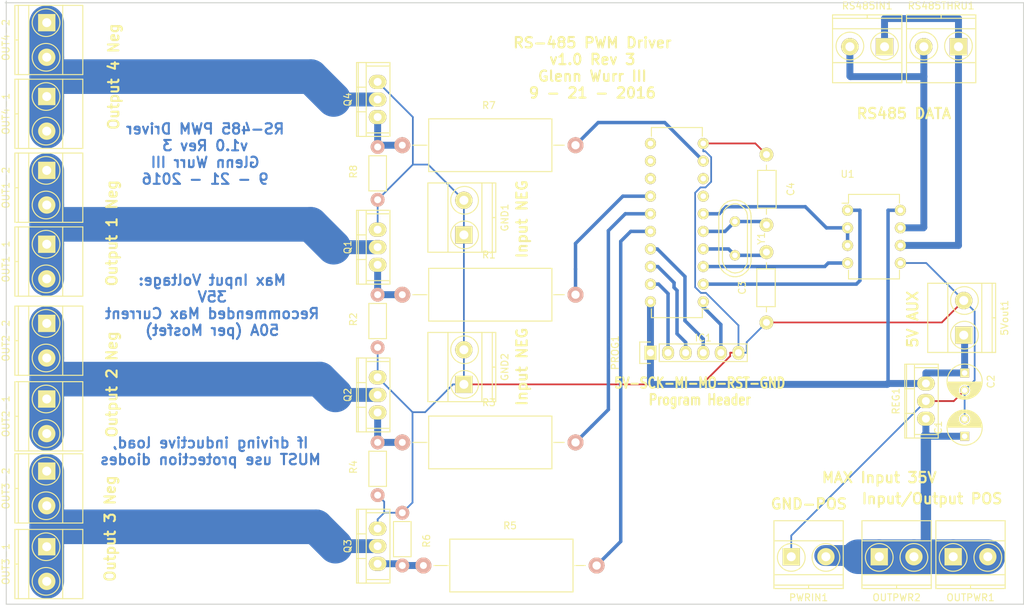
<source format=kicad_pcb>
(kicad_pcb (version 20171130) (host pcbnew "(5.1.12)-1")

  (general
    (thickness 1.6)
    (drawings 20)
    (tracks 206)
    (zones 0)
    (modules 37)
    (nets 32)
  )

  (page A4)
  (layers
    (0 F.Cu signal)
    (31 B.Cu signal)
    (32 B.Adhes user)
    (33 F.Adhes user hide)
    (34 B.Paste user)
    (35 F.Paste user)
    (36 B.SilkS user)
    (37 F.SilkS user)
    (38 B.Mask user)
    (39 F.Mask user)
    (40 Dwgs.User user)
    (41 Cmts.User user)
    (42 Eco1.User user)
    (43 Eco2.User user)
    (44 Edge.Cuts user)
    (45 Margin user)
    (46 B.CrtYd user)
    (47 F.CrtYd user)
    (48 B.Fab user)
    (49 F.Fab user)
  )

  (setup
    (last_trace_width 0.25)
    (user_trace_width 0.5)
    (user_trace_width 1)
    (user_trace_width 1.5)
    (user_trace_width 2)
    (user_trace_width 2.5)
    (user_trace_width 3)
    (user_trace_width 5)
    (trace_clearance 0.2)
    (zone_clearance 1)
    (zone_45_only yes)
    (trace_min 0.2)
    (via_size 0.6)
    (via_drill 0.4)
    (via_min_size 0.4)
    (via_min_drill 0.3)
    (uvia_size 0.3)
    (uvia_drill 0.1)
    (uvias_allowed no)
    (uvia_min_size 0.2)
    (uvia_min_drill 0.1)
    (edge_width 0.15)
    (segment_width 0.2)
    (pcb_text_width 0.3)
    (pcb_text_size 1.5 1.5)
    (mod_edge_width 0.15)
    (mod_text_size 1 1)
    (mod_text_width 0.15)
    (pad_size 1.524 1.524)
    (pad_drill 0.762)
    (pad_to_mask_clearance 0.2)
    (aux_axis_origin 93.98 135.509)
    (grid_origin 94.234 135.255)
    (visible_elements 7FFFFFFF)
    (pcbplotparams
      (layerselection 0x00000_80000000)
      (usegerberextensions false)
      (usegerberattributes true)
      (usegerberadvancedattributes true)
      (creategerberjobfile true)
      (excludeedgelayer false)
      (linewidth 0.100000)
      (plotframeref false)
      (viasonmask false)
      (mode 1)
      (useauxorigin false)
      (hpglpennumber 1)
      (hpglpenspeed 20)
      (hpglpendiameter 15.000000)
      (psnegative true)
      (psa4output false)
      (plotreference false)
      (plotvalue false)
      (plotinvisibletext false)
      (padsonsilk false)
      (subtractmaskfromsilk false)
      (outputformat 2)
      (mirror false)
      (drillshape 2)
      (scaleselection 1)
      (outputdirectory ""))
  )

  (net 0 "")
  (net 1 VCC)
  (net 2 Earth)
  (net 3 +5V)
  (net 4 "Net-(C3-Pad2)")
  (net 5 "Net-(C4-Pad2)")
  (net 6 /RESET)
  (net 7 "Net-(IC1-Pad2)")
  (net 8 "Net-(IC1-Pad3)")
  (net 9 "Net-(IC1-Pad6)")
  (net 10 "Net-(IC1-Pad7)")
  (net 11 "Net-(IC1-Pad8)")
  (net 12 /PWM4)
  (net 13 "Net-(IC1-Pad11)")
  (net 14 "Net-(IC1-Pad12)")
  (net 15 /PWM1)
  (net 16 /PWM2)
  (net 17 /PWM3)
  (net 18 /MOSI)
  (net 19 /MISO)
  (net 20 /SCK)
  (net 21 /OUT1)
  (net 22 /OUT2)
  (net 23 /OUT3)
  (net 24 /OUT4)
  (net 25 "Net-(Q1-Pad1)")
  (net 26 "Net-(Q2-Pad1)")
  (net 27 "Net-(Q3-Pad1)")
  (net 28 "Net-(Q4-Pad1)")
  (net 29 /RS485A)
  (net 30 /RS485B)
  (net 31 "Net-(IC1-Pad13)")

  (net_class Default "This is the default net class."
    (clearance 0.2)
    (trace_width 0.25)
    (via_dia 0.6)
    (via_drill 0.4)
    (uvia_dia 0.3)
    (uvia_drill 0.1)
    (add_net +5V)
    (add_net /MISO)
    (add_net /MOSI)
    (add_net /OUT1)
    (add_net /OUT2)
    (add_net /OUT3)
    (add_net /OUT4)
    (add_net /PWM1)
    (add_net /PWM2)
    (add_net /PWM3)
    (add_net /PWM4)
    (add_net /RESET)
    (add_net /RS485A)
    (add_net /RS485B)
    (add_net /SCK)
    (add_net Earth)
    (add_net "Net-(C3-Pad2)")
    (add_net "Net-(C4-Pad2)")
    (add_net "Net-(IC1-Pad11)")
    (add_net "Net-(IC1-Pad12)")
    (add_net "Net-(IC1-Pad13)")
    (add_net "Net-(IC1-Pad2)")
    (add_net "Net-(IC1-Pad3)")
    (add_net "Net-(IC1-Pad6)")
    (add_net "Net-(IC1-Pad7)")
    (add_net "Net-(IC1-Pad8)")
    (add_net "Net-(Q1-Pad1)")
    (add_net "Net-(Q2-Pad1)")
    (add_net "Net-(Q3-Pad1)")
    (add_net "Net-(Q4-Pad1)")
    (add_net VCC)
  )

  (module Capacitors_ThroughHole:C_Radial_D5_L6_P2.5 placed (layer F.Cu) (tedit 0) (tstamp 0)
    (at 212.471 127.254 90)
    (descr "Radial Electrolytic Capacitor Diameter 5mm x Length 6mm, Pitch 2.5mm")
    (tags "Electrolytic Capacitor")
    (path /57E24029)
    (fp_text reference C1 (at 1.25 -3.8 90) (layer F.SilkS)
      (effects (font (size 1 1) (thickness 0.15)))
    )
    (fp_text value 1uf (at 1.25 3.8 90) (layer F.Fab)
      (effects (font (size 1 1) (thickness 0.15)))
    )
    (fp_circle (center 1.25 0) (end 1.25 -2.8) (layer F.CrtYd) (width 0.05))
    (fp_circle (center 1.25 0) (end 1.25 -2.5375) (layer F.SilkS) (width 0.15))
    (fp_circle (center 2.5 0) (end 2.5 -0.9) (layer F.SilkS) (width 0.15))
    (fp_line (start 3.705 -0.472) (end 3.705 0.472) (layer F.SilkS) (width 0.15))
    (fp_line (start 3.565 -0.944) (end 3.565 0.944) (layer F.SilkS) (width 0.15))
    (fp_line (start 3.425 -1.233) (end 3.425 1.233) (layer F.SilkS) (width 0.15))
    (fp_line (start 3.285 0.44) (end 3.285 1.452) (layer F.SilkS) (width 0.15))
    (fp_line (start 3.285 -1.452) (end 3.285 -0.44) (layer F.SilkS) (width 0.15))
    (fp_line (start 3.145 0.628) (end 3.145 1.631) (layer F.SilkS) (width 0.15))
    (fp_line (start 3.145 -1.631) (end 3.145 -0.628) (layer F.SilkS) (width 0.15))
    (fp_line (start 3.005 0.745) (end 3.005 1.78) (layer F.SilkS) (width 0.15))
    (fp_line (start 3.005 -1.78) (end 3.005 -0.745) (layer F.SilkS) (width 0.15))
    (fp_line (start 2.865 0.823) (end 2.865 1.908) (layer F.SilkS) (width 0.15))
    (fp_line (start 2.865 -1.908) (end 2.865 -0.823) (layer F.SilkS) (width 0.15))
    (fp_line (start 2.725 0.871) (end 2.725 2.019) (layer F.SilkS) (width 0.15))
    (fp_line (start 2.725 -2.019) (end 2.725 -0.871) (layer F.SilkS) (width 0.15))
    (fp_line (start 2.585 0.896) (end 2.585 2.114) (layer F.SilkS) (width 0.15))
    (fp_line (start 2.585 -2.114) (end 2.585 -0.896) (layer F.SilkS) (width 0.15))
    (fp_line (start 2.445 0.898) (end 2.445 2.196) (layer F.SilkS) (width 0.15))
    (fp_line (start 2.445 -2.196) (end 2.445 -0.898) (layer F.SilkS) (width 0.15))
    (fp_line (start 2.305 0.879) (end 2.305 2.266) (layer F.SilkS) (width 0.15))
    (fp_line (start 2.305 -2.266) (end 2.305 -0.879) (layer F.SilkS) (width 0.15))
    (fp_line (start 2.165 0.835) (end 2.165 2.327) (layer F.SilkS) (width 0.15))
    (fp_line (start 2.165 -2.327) (end 2.165 -0.835) (layer F.SilkS) (width 0.15))
    (fp_line (start 2.025 0.764) (end 2.025 2.377) (layer F.SilkS) (width 0.15))
    (fp_line (start 2.025 -2.377) (end 2.025 -0.764) (layer F.SilkS) (width 0.15))
    (fp_line (start 1.885 0.657) (end 1.885 2.418) (layer F.SilkS) (width 0.15))
    (fp_line (start 1.885 -2.418) (end 1.885 -0.657) (layer F.SilkS) (width 0.15))
    (fp_line (start 1.745 0.49) (end 1.745 2.451) (layer F.SilkS) (width 0.15))
    (fp_line (start 1.745 -2.451) (end 1.745 -0.49) (layer F.SilkS) (width 0.15))
    (fp_line (start 1.605 0.095) (end 1.605 2.475) (layer F.SilkS) (width 0.15))
    (fp_line (start 1.605 -2.475) (end 1.605 -0.095) (layer F.SilkS) (width 0.15))
    (fp_line (start 1.465 -2.491) (end 1.465 2.491) (layer F.SilkS) (width 0.15))
    (fp_line (start 1.325 -2.499) (end 1.325 2.499) (layer F.SilkS) (width 0.15))
    (pad 1 thru_hole rect (at 0 0 90) (size 1.3 1.3) (drill 0.8) (layers *.Cu *.Mask F.SilkS)
      (net 1 VCC))
    (pad 2 thru_hole circle (at 2.5 0 90) (size 1.3 1.3) (drill 0.8) (layers *.Cu *.Mask F.SilkS)
      (net 2 Earth))
    (model Capacitors_ThroughHole.3dshapes/C_Radial_D5_L6_P2.5.wrl
      (offset (xyz 1.250000021226883 0 0))
      (scale (xyz 1 1 1))
      (rotate (xyz 0 0 90))
    )
  )

  (module Capacitors_ThroughHole:C_Radial_D5_L6_P2.5 placed (layer F.Cu) (tedit 0) (tstamp 0)
    (at 212.471 118.11 270)
    (descr "Radial Electrolytic Capacitor Diameter 5mm x Length 6mm, Pitch 2.5mm")
    (tags "Electrolytic Capacitor")
    (path /57E24060)
    (fp_text reference C2 (at 1.25 -3.8 270) (layer F.SilkS)
      (effects (font (size 1 1) (thickness 0.15)))
    )
    (fp_text value 10uf (at 1.25 3.8 270) (layer F.Fab)
      (effects (font (size 1 1) (thickness 0.15)))
    )
    (fp_circle (center 1.25 0) (end 1.25 -2.8) (layer F.CrtYd) (width 0.05))
    (fp_circle (center 1.25 0) (end 1.25 -2.5375) (layer F.SilkS) (width 0.15))
    (fp_circle (center 2.5 0) (end 2.5 -0.9) (layer F.SilkS) (width 0.15))
    (fp_line (start 3.705 -0.472) (end 3.705 0.472) (layer F.SilkS) (width 0.15))
    (fp_line (start 3.565 -0.944) (end 3.565 0.944) (layer F.SilkS) (width 0.15))
    (fp_line (start 3.425 -1.233) (end 3.425 1.233) (layer F.SilkS) (width 0.15))
    (fp_line (start 3.285 0.44) (end 3.285 1.452) (layer F.SilkS) (width 0.15))
    (fp_line (start 3.285 -1.452) (end 3.285 -0.44) (layer F.SilkS) (width 0.15))
    (fp_line (start 3.145 0.628) (end 3.145 1.631) (layer F.SilkS) (width 0.15))
    (fp_line (start 3.145 -1.631) (end 3.145 -0.628) (layer F.SilkS) (width 0.15))
    (fp_line (start 3.005 0.745) (end 3.005 1.78) (layer F.SilkS) (width 0.15))
    (fp_line (start 3.005 -1.78) (end 3.005 -0.745) (layer F.SilkS) (width 0.15))
    (fp_line (start 2.865 0.823) (end 2.865 1.908) (layer F.SilkS) (width 0.15))
    (fp_line (start 2.865 -1.908) (end 2.865 -0.823) (layer F.SilkS) (width 0.15))
    (fp_line (start 2.725 0.871) (end 2.725 2.019) (layer F.SilkS) (width 0.15))
    (fp_line (start 2.725 -2.019) (end 2.725 -0.871) (layer F.SilkS) (width 0.15))
    (fp_line (start 2.585 0.896) (end 2.585 2.114) (layer F.SilkS) (width 0.15))
    (fp_line (start 2.585 -2.114) (end 2.585 -0.896) (layer F.SilkS) (width 0.15))
    (fp_line (start 2.445 0.898) (end 2.445 2.196) (layer F.SilkS) (width 0.15))
    (fp_line (start 2.445 -2.196) (end 2.445 -0.898) (layer F.SilkS) (width 0.15))
    (fp_line (start 2.305 0.879) (end 2.305 2.266) (layer F.SilkS) (width 0.15))
    (fp_line (start 2.305 -2.266) (end 2.305 -0.879) (layer F.SilkS) (width 0.15))
    (fp_line (start 2.165 0.835) (end 2.165 2.327) (layer F.SilkS) (width 0.15))
    (fp_line (start 2.165 -2.327) (end 2.165 -0.835) (layer F.SilkS) (width 0.15))
    (fp_line (start 2.025 0.764) (end 2.025 2.377) (layer F.SilkS) (width 0.15))
    (fp_line (start 2.025 -2.377) (end 2.025 -0.764) (layer F.SilkS) (width 0.15))
    (fp_line (start 1.885 0.657) (end 1.885 2.418) (layer F.SilkS) (width 0.15))
    (fp_line (start 1.885 -2.418) (end 1.885 -0.657) (layer F.SilkS) (width 0.15))
    (fp_line (start 1.745 0.49) (end 1.745 2.451) (layer F.SilkS) (width 0.15))
    (fp_line (start 1.745 -2.451) (end 1.745 -0.49) (layer F.SilkS) (width 0.15))
    (fp_line (start 1.605 0.095) (end 1.605 2.475) (layer F.SilkS) (width 0.15))
    (fp_line (start 1.605 -2.475) (end 1.605 -0.095) (layer F.SilkS) (width 0.15))
    (fp_line (start 1.465 -2.491) (end 1.465 2.491) (layer F.SilkS) (width 0.15))
    (fp_line (start 1.325 -2.499) (end 1.325 2.499) (layer F.SilkS) (width 0.15))
    (pad 1 thru_hole rect (at 0 0 270) (size 1.3 1.3) (drill 0.8) (layers *.Cu *.Mask F.SilkS)
      (net 3 +5V))
    (pad 2 thru_hole circle (at 2.5 0 270) (size 1.3 1.3) (drill 0.8) (layers *.Cu *.Mask F.SilkS)
      (net 2 Earth))
    (model Capacitors_ThroughHole.3dshapes/C_Radial_D5_L6_P2.5.wrl
      (offset (xyz 1.250000021226883 0 0))
      (scale (xyz 1 1 1))
      (rotate (xyz 0 0 90))
    )
  )

  (module Housings_DIP:DIP-20_W7.62mm placed (layer F.Cu) (tedit 54130A77) (tstamp 57E2253A)
    (at 174.752 107.823 180)
    (descr "20-lead dip package, row spacing 7.62 mm (300 mils)")
    (tags "dil dip 2.54 300")
    (path /57E215F5)
    (fp_text reference IC1 (at 0 -5.22 180) (layer F.SilkS)
      (effects (font (size 1 1) (thickness 0.15)))
    )
    (fp_text value ATTINY2313A-P (at 0 -3.72 180) (layer F.Fab)
      (effects (font (size 1 1) (thickness 0.15)))
    )
    (fp_line (start 0.135 -1.025) (end -0.8 -1.025) (layer F.SilkS) (width 0.15))
    (fp_line (start 0.135 25.155) (end 7.485 25.155) (layer F.SilkS) (width 0.15))
    (fp_line (start 0.135 -2.295) (end 7.485 -2.295) (layer F.SilkS) (width 0.15))
    (fp_line (start 0.135 25.155) (end 0.135 23.885) (layer F.SilkS) (width 0.15))
    (fp_line (start 7.485 25.155) (end 7.485 23.885) (layer F.SilkS) (width 0.15))
    (fp_line (start 7.485 -2.295) (end 7.485 -1.025) (layer F.SilkS) (width 0.15))
    (fp_line (start 0.135 -2.295) (end 0.135 -1.025) (layer F.SilkS) (width 0.15))
    (fp_line (start -1.05 25.35) (end 8.65 25.35) (layer F.CrtYd) (width 0.05))
    (fp_line (start -1.05 -2.45) (end 8.65 -2.45) (layer F.CrtYd) (width 0.05))
    (fp_line (start 8.65 -2.45) (end 8.65 25.35) (layer F.CrtYd) (width 0.05))
    (fp_line (start -1.05 -2.45) (end -1.05 25.35) (layer F.CrtYd) (width 0.05))
    (pad 1 thru_hole oval (at 0 0 180) (size 1.6 1.6) (drill 0.8) (layers *.Cu *.Mask F.SilkS)
      (net 6 /RESET))
    (pad 2 thru_hole oval (at 0 2.54 180) (size 1.6 1.6) (drill 0.8) (layers *.Cu *.Mask F.SilkS)
      (net 7 "Net-(IC1-Pad2)"))
    (pad 3 thru_hole oval (at 0 5.08 180) (size 1.6 1.6) (drill 0.8) (layers *.Cu *.Mask F.SilkS)
      (net 8 "Net-(IC1-Pad3)"))
    (pad 4 thru_hole oval (at 0 7.62 180) (size 1.6 1.6) (drill 0.8) (layers *.Cu *.Mask F.SilkS)
      (net 4 "Net-(C3-Pad2)"))
    (pad 5 thru_hole oval (at 0 10.16 180) (size 1.6 1.6) (drill 0.8) (layers *.Cu *.Mask F.SilkS)
      (net 5 "Net-(C4-Pad2)"))
    (pad 6 thru_hole oval (at 0 12.7 180) (size 1.6 1.6) (drill 0.8) (layers *.Cu *.Mask F.SilkS)
      (net 9 "Net-(IC1-Pad6)"))
    (pad 7 thru_hole oval (at 0 15.24 180) (size 1.6 1.6) (drill 0.8) (layers *.Cu *.Mask F.SilkS)
      (net 10 "Net-(IC1-Pad7)"))
    (pad 8 thru_hole oval (at 0 17.78 180) (size 1.6 1.6) (drill 0.8) (layers *.Cu *.Mask F.SilkS)
      (net 11 "Net-(IC1-Pad8)"))
    (pad 9 thru_hole oval (at 0 20.32 180) (size 1.6 1.6) (drill 0.8) (layers *.Cu *.Mask F.SilkS)
      (net 12 /PWM4))
    (pad 10 thru_hole oval (at 0 22.86 180) (size 1.6 1.6) (drill 0.8) (layers *.Cu *.Mask F.SilkS)
      (net 2 Earth))
    (pad 11 thru_hole oval (at 7.62 22.86 180) (size 1.6 1.6) (drill 0.8) (layers *.Cu *.Mask F.SilkS)
      (net 13 "Net-(IC1-Pad11)"))
    (pad 12 thru_hole oval (at 7.62 20.32 180) (size 1.6 1.6) (drill 0.8) (layers *.Cu *.Mask F.SilkS)
      (net 14 "Net-(IC1-Pad12)"))
    (pad 13 thru_hole oval (at 7.62 17.78 180) (size 1.6 1.6) (drill 0.8) (layers *.Cu *.Mask F.SilkS)
      (net 31 "Net-(IC1-Pad13)"))
    (pad 14 thru_hole oval (at 7.62 15.24 180) (size 1.6 1.6) (drill 0.8) (layers *.Cu *.Mask F.SilkS)
      (net 15 /PWM1))
    (pad 15 thru_hole oval (at 7.62 12.7 180) (size 1.6 1.6) (drill 0.8) (layers *.Cu *.Mask F.SilkS)
      (net 16 /PWM2))
    (pad 16 thru_hole oval (at 7.62 10.16 180) (size 1.6 1.6) (drill 0.8) (layers *.Cu *.Mask F.SilkS)
      (net 17 /PWM3))
    (pad 17 thru_hole oval (at 7.62 7.62 180) (size 1.6 1.6) (drill 0.8) (layers *.Cu *.Mask F.SilkS)
      (net 18 /MOSI))
    (pad 18 thru_hole oval (at 7.62 5.08 180) (size 1.6 1.6) (drill 0.8) (layers *.Cu *.Mask F.SilkS)
      (net 19 /MISO))
    (pad 19 thru_hole oval (at 7.62 2.54 180) (size 1.6 1.6) (drill 0.8) (layers *.Cu *.Mask F.SilkS)
      (net 20 /SCK))
    (pad 20 thru_hole oval (at 7.62 0 180) (size 1.6 1.6) (drill 0.8) (layers *.Cu *.Mask F.SilkS)
      (net 3 +5V))
    (model Housings_DIP.3dshapes/DIP-20_W7.62mm.wrl
      (at (xyz 0 0 0))
      (scale (xyz 1 1 1))
      (rotate (xyz 0 0 0))
    )
  )

  (module Terminal_Blocks:TerminalBlock_Pheonix_MKDS1.5-2pol placed (layer F.Cu) (tedit 7FFFFFFF) (tstamp 57E2254C)
    (at 210.82 144.653)
    (descr "2-way 5mm pitch terminal block, Phoenix MKDS series")
    (path /57E301C5)
    (fp_text reference OUTPWR1 (at 2.5 5.9) (layer F.SilkS)
      (effects (font (size 1 1) (thickness 0.15)))
    )
    (fp_text value CONN_01X02 (at 2.5 -6.6) (layer F.Fab)
      (effects (font (size 1 1) (thickness 0.15)))
    )
    (fp_circle (center 0 0.1) (end 2 0.1) (layer F.SilkS) (width 0.15))
    (fp_circle (center 5 0.1) (end 3 0.1) (layer F.SilkS) (width 0.15))
    (fp_line (start -2.5 -5.2) (end -2.5 4.6) (layer F.SilkS) (width 0.15))
    (fp_line (start 7.5 -5.2) (end -2.5 -5.2) (layer F.SilkS) (width 0.15))
    (fp_line (start 7.5 4.6) (end 7.5 -5.2) (layer F.SilkS) (width 0.15))
    (fp_line (start -2.5 4.6) (end 7.5 4.6) (layer F.SilkS) (width 0.15))
    (fp_line (start -2.5 4.1) (end 7.5 4.1) (layer F.SilkS) (width 0.15))
    (fp_line (start -2.5 -2.3) (end 7.5 -2.3) (layer F.SilkS) (width 0.15))
    (fp_line (start -2.5 2.6) (end 7.5 2.6) (layer F.SilkS) (width 0.15))
    (fp_line (start 2.5 4.1) (end 2.5 4.6) (layer F.SilkS) (width 0.15))
    (fp_line (start 7.7 -5.4) (end 7.7 4.8) (layer F.CrtYd) (width 0.05))
    (fp_line (start 7.7 4.8) (end -2.7 4.8) (layer F.CrtYd) (width 0.05))
    (fp_line (start -2.7 4.8) (end -2.7 -5.4) (layer F.CrtYd) (width 0.05))
    (fp_line (start -2.7 -5.4) (end 7.7 -5.4) (layer F.CrtYd) (width 0.05))
    (pad 1 thru_hole rect (at 0 0) (size 2.5 2.5) (drill 1.3) (layers *.Cu *.Mask F.SilkS)
      (net 1 VCC))
    (pad 2 thru_hole circle (at 5 0) (size 2.5 2.5) (drill 1.3) (layers *.Cu *.Mask F.SilkS)
      (net 1 VCC))
    (model Terminal_Blocks.3dshapes/TerminalBlock_Pheonix_MKDS1.5-2pol.wrl
      (offset (xyz 2.499359962463379 0 0))
      (scale (xyz 1 1 1))
      (rotate (xyz 0 0 0))
    )
  )

  (module Terminal_Blocks:TerminalBlock_Pheonix_MKDS1.5-2pol placed (layer F.Cu) (tedit 7FFFFFFF) (tstamp 0)
    (at 200.152 144.653)
    (descr "2-way 5mm pitch terminal block, Phoenix MKDS series")
    (path /57E6F068)
    (fp_text reference OUTPWR2 (at 2.5 5.9) (layer F.SilkS)
      (effects (font (size 1 1) (thickness 0.15)))
    )
    (fp_text value CONN_01X02 (at 2.5 -6.6) (layer F.Fab)
      (effects (font (size 1 1) (thickness 0.15)))
    )
    (fp_circle (center 0 0.1) (end 2 0.1) (layer F.SilkS) (width 0.15))
    (fp_circle (center 5 0.1) (end 3 0.1) (layer F.SilkS) (width 0.15))
    (fp_line (start -2.5 -5.2) (end -2.5 4.6) (layer F.SilkS) (width 0.15))
    (fp_line (start 7.5 -5.2) (end -2.5 -5.2) (layer F.SilkS) (width 0.15))
    (fp_line (start 7.5 4.6) (end 7.5 -5.2) (layer F.SilkS) (width 0.15))
    (fp_line (start -2.5 4.6) (end 7.5 4.6) (layer F.SilkS) (width 0.15))
    (fp_line (start -2.5 4.1) (end 7.5 4.1) (layer F.SilkS) (width 0.15))
    (fp_line (start -2.5 -2.3) (end 7.5 -2.3) (layer F.SilkS) (width 0.15))
    (fp_line (start -2.5 2.6) (end 7.5 2.6) (layer F.SilkS) (width 0.15))
    (fp_line (start 2.5 4.1) (end 2.5 4.6) (layer F.SilkS) (width 0.15))
    (fp_line (start 7.7 -5.4) (end 7.7 4.8) (layer F.CrtYd) (width 0.05))
    (fp_line (start 7.7 4.8) (end -2.7 4.8) (layer F.CrtYd) (width 0.05))
    (fp_line (start -2.7 4.8) (end -2.7 -5.4) (layer F.CrtYd) (width 0.05))
    (fp_line (start -2.7 -5.4) (end 7.7 -5.4) (layer F.CrtYd) (width 0.05))
    (pad 1 thru_hole rect (at 0 0) (size 2.5 2.5) (drill 1.3) (layers *.Cu *.Mask F.SilkS)
      (net 1 VCC))
    (pad 2 thru_hole circle (at 5 0) (size 2.5 2.5) (drill 1.3) (layers *.Cu *.Mask F.SilkS)
      (net 1 VCC))
    (model Terminal_Blocks.3dshapes/TerminalBlock_Pheonix_MKDS1.5-2pol.wrl
      (offset (xyz 2.499359962463379 0 0))
      (scale (xyz 1 1 1))
      (rotate (xyz 0 0 0))
    )
  )

  (module Terminal_Blocks:TerminalBlock_Pheonix_MKDS1.5-2pol placed (layer F.Cu) (tedit 7FFFFFFF) (tstamp 0)
    (at 187.452 144.653)
    (descr "2-way 5mm pitch terminal block, Phoenix MKDS series")
    (path /57E23F09)
    (fp_text reference PWRIN1 (at 2.5 5.9) (layer F.SilkS)
      (effects (font (size 1 1) (thickness 0.15)))
    )
    (fp_text value CONN_01X02 (at 2.5 -6.6) (layer F.Fab)
      (effects (font (size 1 1) (thickness 0.15)))
    )
    (fp_circle (center 0 0.1) (end 2 0.1) (layer F.SilkS) (width 0.15))
    (fp_circle (center 5 0.1) (end 3 0.1) (layer F.SilkS) (width 0.15))
    (fp_line (start -2.5 -5.2) (end -2.5 4.6) (layer F.SilkS) (width 0.15))
    (fp_line (start 7.5 -5.2) (end -2.5 -5.2) (layer F.SilkS) (width 0.15))
    (fp_line (start 7.5 4.6) (end 7.5 -5.2) (layer F.SilkS) (width 0.15))
    (fp_line (start -2.5 4.6) (end 7.5 4.6) (layer F.SilkS) (width 0.15))
    (fp_line (start -2.5 4.1) (end 7.5 4.1) (layer F.SilkS) (width 0.15))
    (fp_line (start -2.5 -2.3) (end 7.5 -2.3) (layer F.SilkS) (width 0.15))
    (fp_line (start -2.5 2.6) (end 7.5 2.6) (layer F.SilkS) (width 0.15))
    (fp_line (start 2.5 4.1) (end 2.5 4.6) (layer F.SilkS) (width 0.15))
    (fp_line (start 7.7 -5.4) (end 7.7 4.8) (layer F.CrtYd) (width 0.05))
    (fp_line (start 7.7 4.8) (end -2.7 4.8) (layer F.CrtYd) (width 0.05))
    (fp_line (start -2.7 4.8) (end -2.7 -5.4) (layer F.CrtYd) (width 0.05))
    (fp_line (start -2.7 -5.4) (end 7.7 -5.4) (layer F.CrtYd) (width 0.05))
    (pad 1 thru_hole rect (at 0 0) (size 2.5 2.5) (drill 1.3) (layers *.Cu *.Mask F.SilkS)
      (net 2 Earth))
    (pad 2 thru_hole circle (at 5 0) (size 2.5 2.5) (drill 1.3) (layers *.Cu *.Mask F.SilkS)
      (net 1 VCC))
    (model Terminal_Blocks.3dshapes/TerminalBlock_Pheonix_MKDS1.5-2pol.wrl
      (offset (xyz 2.499359962463379 0 0))
      (scale (xyz 1 1 1))
      (rotate (xyz 0 0 0))
    )
  )

  (module Power_Integrations:TO-220 placed (layer F.Cu) (tedit 0) (tstamp 0)
    (at 127.762 99.949 90)
    (descr "Non Isolated JEDEC TO-220 Package")
    (tags "Power Integration YN Package")
    (path /57E27F05)
    (fp_text reference Q1 (at 0 -4.318 90) (layer F.SilkS)
      (effects (font (size 1 1) (thickness 0.15)))
    )
    (fp_text value IRF540N (at 0 -4.318 90) (layer F.Fab)
      (effects (font (size 1 1) (thickness 0.15)))
    )
    (fp_line (start 5.334 -3.048) (end -5.334 -3.048) (layer F.SilkS) (width 0.15))
    (fp_line (start 5.334 -3.048) (end 5.334 1.778) (layer F.SilkS) (width 0.15))
    (fp_line (start -5.334 -3.048) (end -5.334 1.778) (layer F.SilkS) (width 0.15))
    (fp_line (start 5.334 1.778) (end -5.334 1.778) (layer F.SilkS) (width 0.15))
    (fp_line (start -5.334 -1.651) (end 5.334 -1.651) (layer F.SilkS) (width 0.15))
    (fp_line (start -1.778 -1.778) (end -1.778 -3.048) (layer F.SilkS) (width 0.15))
    (fp_line (start 1.778 -1.778) (end 1.778 -3.048) (layer F.SilkS) (width 0.15))
    (fp_line (start 5.334 -2.794) (end -5.334 -2.794) (layer F.SilkS) (width 0.15))
    (fp_line (start -4.826 -1.651) (end -4.826 1.778) (layer F.SilkS) (width 0.15))
    (fp_line (start 4.826 -1.651) (end 4.826 1.778) (layer F.SilkS) (width 0.15))
    (pad 2 thru_hole oval (at 0 0 90) (size 2.032 2.54) (drill 1.143) (layers *.Cu *.Mask F.SilkS)
      (net 21 /OUT1))
    (pad 3 thru_hole oval (at 2.54 0 90) (size 2.032 2.54) (drill 1.143) (layers *.Cu *.Mask F.SilkS)
      (net 2 Earth))
    (pad 1 thru_hole oval (at -2.54 0 90) (size 2.032 2.54) (drill 1.143) (layers *.Cu *.Mask F.SilkS)
      (net 25 "Net-(Q1-Pad1)"))
  )

  (module Power_Integrations:TO-220 placed (layer F.Cu) (tedit 0) (tstamp 0)
    (at 127.762 121.285 90)
    (descr "Non Isolated JEDEC TO-220 Package")
    (tags "Power Integration YN Package")
    (path /57E27F23)
    (fp_text reference Q2 (at 0 -4.318 90) (layer F.SilkS)
      (effects (font (size 1 1) (thickness 0.15)))
    )
    (fp_text value IRF540N (at 0 -4.318 90) (layer F.Fab)
      (effects (font (size 1 1) (thickness 0.15)))
    )
    (fp_line (start 5.334 -3.048) (end -5.334 -3.048) (layer F.SilkS) (width 0.15))
    (fp_line (start 5.334 -3.048) (end 5.334 1.778) (layer F.SilkS) (width 0.15))
    (fp_line (start -5.334 -3.048) (end -5.334 1.778) (layer F.SilkS) (width 0.15))
    (fp_line (start 5.334 1.778) (end -5.334 1.778) (layer F.SilkS) (width 0.15))
    (fp_line (start -5.334 -1.651) (end 5.334 -1.651) (layer F.SilkS) (width 0.15))
    (fp_line (start -1.778 -1.778) (end -1.778 -3.048) (layer F.SilkS) (width 0.15))
    (fp_line (start 1.778 -1.778) (end 1.778 -3.048) (layer F.SilkS) (width 0.15))
    (fp_line (start 5.334 -2.794) (end -5.334 -2.794) (layer F.SilkS) (width 0.15))
    (fp_line (start -4.826 -1.651) (end -4.826 1.778) (layer F.SilkS) (width 0.15))
    (fp_line (start 4.826 -1.651) (end 4.826 1.778) (layer F.SilkS) (width 0.15))
    (pad 2 thru_hole oval (at 0 0 90) (size 2.032 2.54) (drill 1.143) (layers *.Cu *.Mask F.SilkS)
      (net 22 /OUT2))
    (pad 3 thru_hole oval (at 2.54 0 90) (size 2.032 2.54) (drill 1.143) (layers *.Cu *.Mask F.SilkS)
      (net 2 Earth))
    (pad 1 thru_hole oval (at -2.54 0 90) (size 2.032 2.54) (drill 1.143) (layers *.Cu *.Mask F.SilkS)
      (net 26 "Net-(Q2-Pad1)"))
  )

  (module Power_Integrations:TO-220 placed (layer F.Cu) (tedit 0) (tstamp 0)
    (at 127.762 143.129 90)
    (descr "Non Isolated JEDEC TO-220 Package")
    (tags "Power Integration YN Package")
    (path /57E2663E)
    (fp_text reference Q3 (at 0 -4.318 90) (layer F.SilkS)
      (effects (font (size 1 1) (thickness 0.15)))
    )
    (fp_text value IRF540N (at 0 -4.318 90) (layer F.Fab)
      (effects (font (size 1 1) (thickness 0.15)))
    )
    (fp_line (start 5.334 -3.048) (end -5.334 -3.048) (layer F.SilkS) (width 0.15))
    (fp_line (start 5.334 -3.048) (end 5.334 1.778) (layer F.SilkS) (width 0.15))
    (fp_line (start -5.334 -3.048) (end -5.334 1.778) (layer F.SilkS) (width 0.15))
    (fp_line (start 5.334 1.778) (end -5.334 1.778) (layer F.SilkS) (width 0.15))
    (fp_line (start -5.334 -1.651) (end 5.334 -1.651) (layer F.SilkS) (width 0.15))
    (fp_line (start -1.778 -1.778) (end -1.778 -3.048) (layer F.SilkS) (width 0.15))
    (fp_line (start 1.778 -1.778) (end 1.778 -3.048) (layer F.SilkS) (width 0.15))
    (fp_line (start 5.334 -2.794) (end -5.334 -2.794) (layer F.SilkS) (width 0.15))
    (fp_line (start -4.826 -1.651) (end -4.826 1.778) (layer F.SilkS) (width 0.15))
    (fp_line (start 4.826 -1.651) (end 4.826 1.778) (layer F.SilkS) (width 0.15))
    (pad 2 thru_hole oval (at 0 0 90) (size 2.032 2.54) (drill 1.143) (layers *.Cu *.Mask F.SilkS)
      (net 23 /OUT3))
    (pad 3 thru_hole oval (at 2.54 0 90) (size 2.032 2.54) (drill 1.143) (layers *.Cu *.Mask F.SilkS)
      (net 2 Earth))
    (pad 1 thru_hole oval (at -2.54 0 90) (size 2.032 2.54) (drill 1.143) (layers *.Cu *.Mask F.SilkS)
      (net 27 "Net-(Q3-Pad1)"))
  )

  (module Power_Integrations:TO-220 placed (layer F.Cu) (tedit 0) (tstamp 57E2257E)
    (at 127.762 78.613 90)
    (descr "Non Isolated JEDEC TO-220 Package")
    (tags "Power Integration YN Package")
    (path /57E27182)
    (fp_text reference Q4 (at 0 -4.318 90) (layer F.SilkS)
      (effects (font (size 1 1) (thickness 0.15)))
    )
    (fp_text value IRF540N (at 0 -4.318 90) (layer F.Fab)
      (effects (font (size 1 1) (thickness 0.15)))
    )
    (fp_line (start 5.334 -3.048) (end -5.334 -3.048) (layer F.SilkS) (width 0.15))
    (fp_line (start 5.334 -3.048) (end 5.334 1.778) (layer F.SilkS) (width 0.15))
    (fp_line (start -5.334 -3.048) (end -5.334 1.778) (layer F.SilkS) (width 0.15))
    (fp_line (start 5.334 1.778) (end -5.334 1.778) (layer F.SilkS) (width 0.15))
    (fp_line (start -5.334 -1.651) (end 5.334 -1.651) (layer F.SilkS) (width 0.15))
    (fp_line (start -1.778 -1.778) (end -1.778 -3.048) (layer F.SilkS) (width 0.15))
    (fp_line (start 1.778 -1.778) (end 1.778 -3.048) (layer F.SilkS) (width 0.15))
    (fp_line (start 5.334 -2.794) (end -5.334 -2.794) (layer F.SilkS) (width 0.15))
    (fp_line (start -4.826 -1.651) (end -4.826 1.778) (layer F.SilkS) (width 0.15))
    (fp_line (start 4.826 -1.651) (end 4.826 1.778) (layer F.SilkS) (width 0.15))
    (pad 2 thru_hole oval (at 0 0 90) (size 2.032 2.54) (drill 1.143) (layers *.Cu *.Mask F.SilkS)
      (net 24 /OUT4))
    (pad 3 thru_hole oval (at 2.54 0 90) (size 2.032 2.54) (drill 1.143) (layers *.Cu *.Mask F.SilkS)
      (net 2 Earth))
    (pad 1 thru_hole oval (at -2.54 0 90) (size 2.032 2.54) (drill 1.143) (layers *.Cu *.Mask F.SilkS)
      (net 28 "Net-(Q4-Pad1)"))
  )

  (module Resistors_ThroughHole:Resistor_Horizontal_RM7mm placed (layer F.Cu) (tedit 569FCF07) (tstamp 57E2258A)
    (at 127.762 114.427 90)
    (descr "Resistor, Axial,  RM 7.62mm, 1/3W,")
    (tags "Resistor Axial RM 7.62mm 1/3W R3")
    (path /57E27F11)
    (fp_text reference R2 (at 4.05892 -3.50012 90) (layer F.SilkS)
      (effects (font (size 1 1) (thickness 0.15)))
    )
    (fp_text value 2.2k (at 3.81 3.81 90) (layer F.Fab)
      (effects (font (size 1 1) (thickness 0.15)))
    )
    (fp_line (start 1.27 1.27) (end 1.27 -1.27) (layer F.SilkS) (width 0.15))
    (fp_line (start 6.35 1.27) (end 1.27 1.27) (layer F.SilkS) (width 0.15))
    (fp_line (start 6.35 -1.27) (end 6.35 1.27) (layer F.SilkS) (width 0.15))
    (fp_line (start 1.27 -1.27) (end 6.35 -1.27) (layer F.SilkS) (width 0.15))
    (fp_line (start -1.25 1.5) (end 8.85 1.5) (layer F.CrtYd) (width 0.05))
    (fp_line (start 8.85 -1.5) (end 8.85 1.5) (layer F.CrtYd) (width 0.05))
    (fp_line (start -1.25 1.5) (end -1.25 -1.5) (layer F.CrtYd) (width 0.05))
    (fp_line (start -1.25 -1.5) (end 8.85 -1.5) (layer F.CrtYd) (width 0.05))
    (pad 1 thru_hole circle (at 0 0 90) (size 1.99898 1.99898) (drill 1.00076) (layers *.Cu *.SilkS *.Mask)
      (net 2 Earth))
    (pad 2 thru_hole circle (at 7.62 0 90) (size 1.99898 1.99898) (drill 1.00076) (layers *.Cu *.SilkS *.Mask)
      (net 25 "Net-(Q1-Pad1)"))
  )

  (module Resistors_ThroughHole:Resistor_Horizontal_RM7mm placed (layer F.Cu) (tedit 569FCF07) (tstamp 0)
    (at 127.762 135.763 90)
    (descr "Resistor, Axial,  RM 7.62mm, 1/3W,")
    (tags "Resistor Axial RM 7.62mm 1/3W R3")
    (path /57E27F2F)
    (fp_text reference R4 (at 4.05892 -3.50012 90) (layer F.SilkS)
      (effects (font (size 1 1) (thickness 0.15)))
    )
    (fp_text value 2.2k (at 3.81 3.81 90) (layer F.Fab)
      (effects (font (size 1 1) (thickness 0.15)))
    )
    (fp_line (start 1.27 1.27) (end 1.27 -1.27) (layer F.SilkS) (width 0.15))
    (fp_line (start 6.35 1.27) (end 1.27 1.27) (layer F.SilkS) (width 0.15))
    (fp_line (start 6.35 -1.27) (end 6.35 1.27) (layer F.SilkS) (width 0.15))
    (fp_line (start 1.27 -1.27) (end 6.35 -1.27) (layer F.SilkS) (width 0.15))
    (fp_line (start -1.25 1.5) (end 8.85 1.5) (layer F.CrtYd) (width 0.05))
    (fp_line (start 8.85 -1.5) (end 8.85 1.5) (layer F.CrtYd) (width 0.05))
    (fp_line (start -1.25 1.5) (end -1.25 -1.5) (layer F.CrtYd) (width 0.05))
    (fp_line (start -1.25 -1.5) (end 8.85 -1.5) (layer F.CrtYd) (width 0.05))
    (pad 1 thru_hole circle (at 0 0 90) (size 1.99898 1.99898) (drill 1.00076) (layers *.Cu *.SilkS *.Mask)
      (net 2 Earth))
    (pad 2 thru_hole circle (at 7.62 0 90) (size 1.99898 1.99898) (drill 1.00076) (layers *.Cu *.SilkS *.Mask)
      (net 26 "Net-(Q2-Pad1)"))
  )

  (module Resistors_ThroughHole:Resistor_Horizontal_RM7mm placed (layer F.Cu) (tedit 569FCF07) (tstamp 57E225A2)
    (at 131.318 138.303 270)
    (descr "Resistor, Axial,  RM 7.62mm, 1/3W,")
    (tags "Resistor Axial RM 7.62mm 1/3W R3")
    (path /57E26C19)
    (fp_text reference R6 (at 4.05892 -3.50012 270) (layer F.SilkS)
      (effects (font (size 1 1) (thickness 0.15)))
    )
    (fp_text value 2.2k (at 3.81 3.81 270) (layer F.Fab)
      (effects (font (size 1 1) (thickness 0.15)))
    )
    (fp_line (start 1.27 1.27) (end 1.27 -1.27) (layer F.SilkS) (width 0.15))
    (fp_line (start 6.35 1.27) (end 1.27 1.27) (layer F.SilkS) (width 0.15))
    (fp_line (start 6.35 -1.27) (end 6.35 1.27) (layer F.SilkS) (width 0.15))
    (fp_line (start 1.27 -1.27) (end 6.35 -1.27) (layer F.SilkS) (width 0.15))
    (fp_line (start -1.25 1.5) (end 8.85 1.5) (layer F.CrtYd) (width 0.05))
    (fp_line (start 8.85 -1.5) (end 8.85 1.5) (layer F.CrtYd) (width 0.05))
    (fp_line (start -1.25 1.5) (end -1.25 -1.5) (layer F.CrtYd) (width 0.05))
    (fp_line (start -1.25 -1.5) (end 8.85 -1.5) (layer F.CrtYd) (width 0.05))
    (pad 1 thru_hole circle (at 0 0 270) (size 1.99898 1.99898) (drill 1.00076) (layers *.Cu *.SilkS *.Mask)
      (net 2 Earth))
    (pad 2 thru_hole circle (at 7.62 0 270) (size 1.99898 1.99898) (drill 1.00076) (layers *.Cu *.SilkS *.Mask)
      (net 27 "Net-(Q3-Pad1)"))
  )

  (module Resistors_ThroughHole:Resistor_Horizontal_RM7mm placed (layer F.Cu) (tedit 569FCF07) (tstamp 57E225AE)
    (at 127.762 93.091 90)
    (descr "Resistor, Axial,  RM 7.62mm, 1/3W,")
    (tags "Resistor Axial RM 7.62mm 1/3W R3")
    (path /57E2718E)
    (fp_text reference R8 (at 4.05892 -3.50012 90) (layer F.SilkS)
      (effects (font (size 1 1) (thickness 0.15)))
    )
    (fp_text value 2.2k (at 3.81 3.81 90) (layer F.Fab)
      (effects (font (size 1 1) (thickness 0.15)))
    )
    (fp_line (start 1.27 1.27) (end 1.27 -1.27) (layer F.SilkS) (width 0.15))
    (fp_line (start 6.35 1.27) (end 1.27 1.27) (layer F.SilkS) (width 0.15))
    (fp_line (start 6.35 -1.27) (end 6.35 1.27) (layer F.SilkS) (width 0.15))
    (fp_line (start 1.27 -1.27) (end 6.35 -1.27) (layer F.SilkS) (width 0.15))
    (fp_line (start -1.25 1.5) (end 8.85 1.5) (layer F.CrtYd) (width 0.05))
    (fp_line (start 8.85 -1.5) (end 8.85 1.5) (layer F.CrtYd) (width 0.05))
    (fp_line (start -1.25 1.5) (end -1.25 -1.5) (layer F.CrtYd) (width 0.05))
    (fp_line (start -1.25 -1.5) (end 8.85 -1.5) (layer F.CrtYd) (width 0.05))
    (pad 1 thru_hole circle (at 0 0 90) (size 1.99898 1.99898) (drill 1.00076) (layers *.Cu *.SilkS *.Mask)
      (net 2 Earth))
    (pad 2 thru_hole circle (at 7.62 0 90) (size 1.99898 1.99898) (drill 1.00076) (layers *.Cu *.SilkS *.Mask)
      (net 28 "Net-(Q4-Pad1)"))
  )

  (module Power_Integrations:TO-220 placed (layer F.Cu) (tedit 0) (tstamp 57E225B5)
    (at 206.883 122.174 90)
    (descr "Non Isolated JEDEC TO-220 Package")
    (tags "Power Integration YN Package")
    (path /57E23F5A)
    (fp_text reference REG1 (at 0 -4.318 90) (layer F.SilkS)
      (effects (font (size 1 1) (thickness 0.15)))
    )
    (fp_text value LM7805CT (at 0 -4.318 90) (layer F.Fab)
      (effects (font (size 1 1) (thickness 0.15)))
    )
    (fp_line (start 5.334 -3.048) (end -5.334 -3.048) (layer F.SilkS) (width 0.15))
    (fp_line (start 5.334 -3.048) (end 5.334 1.778) (layer F.SilkS) (width 0.15))
    (fp_line (start -5.334 -3.048) (end -5.334 1.778) (layer F.SilkS) (width 0.15))
    (fp_line (start 5.334 1.778) (end -5.334 1.778) (layer F.SilkS) (width 0.15))
    (fp_line (start -5.334 -1.651) (end 5.334 -1.651) (layer F.SilkS) (width 0.15))
    (fp_line (start -1.778 -1.778) (end -1.778 -3.048) (layer F.SilkS) (width 0.15))
    (fp_line (start 1.778 -1.778) (end 1.778 -3.048) (layer F.SilkS) (width 0.15))
    (fp_line (start 5.334 -2.794) (end -5.334 -2.794) (layer F.SilkS) (width 0.15))
    (fp_line (start -4.826 -1.651) (end -4.826 1.778) (layer F.SilkS) (width 0.15))
    (fp_line (start 4.826 -1.651) (end 4.826 1.778) (layer F.SilkS) (width 0.15))
    (pad 2 thru_hole oval (at 0 0 90) (size 2.032 2.54) (drill 1.143) (layers *.Cu *.Mask F.SilkS)
      (net 2 Earth))
    (pad 3 thru_hole oval (at 2.54 0 90) (size 2.032 2.54) (drill 1.143) (layers *.Cu *.Mask F.SilkS)
      (net 3 +5V))
    (pad 1 thru_hole oval (at -2.54 0 90) (size 2.032 2.54) (drill 1.143) (layers *.Cu *.Mask F.SilkS)
      (net 1 VCC))
  )

  (module Terminal_Blocks:TerminalBlock_Pheonix_MKDS1.5-2pol placed (layer F.Cu) (tedit 7FFFFFFF) (tstamp 57E225BB)
    (at 200.914 70.993 180)
    (descr "2-way 5mm pitch terminal block, Phoenix MKDS series")
    (path /57E36EE4)
    (fp_text reference RS485IN1 (at 2.5 5.9 180) (layer F.SilkS)
      (effects (font (size 1 1) (thickness 0.15)))
    )
    (fp_text value CONN_01X02 (at 2.5 -6.6 180) (layer F.Fab)
      (effects (font (size 1 1) (thickness 0.15)))
    )
    (fp_circle (center 0 0.1) (end 2 0.1) (layer F.SilkS) (width 0.15))
    (fp_circle (center 5 0.1) (end 3 0.1) (layer F.SilkS) (width 0.15))
    (fp_line (start -2.5 -5.2) (end -2.5 4.6) (layer F.SilkS) (width 0.15))
    (fp_line (start 7.5 -5.2) (end -2.5 -5.2) (layer F.SilkS) (width 0.15))
    (fp_line (start 7.5 4.6) (end 7.5 -5.2) (layer F.SilkS) (width 0.15))
    (fp_line (start -2.5 4.6) (end 7.5 4.6) (layer F.SilkS) (width 0.15))
    (fp_line (start -2.5 4.1) (end 7.5 4.1) (layer F.SilkS) (width 0.15))
    (fp_line (start -2.5 -2.3) (end 7.5 -2.3) (layer F.SilkS) (width 0.15))
    (fp_line (start -2.5 2.6) (end 7.5 2.6) (layer F.SilkS) (width 0.15))
    (fp_line (start 2.5 4.1) (end 2.5 4.6) (layer F.SilkS) (width 0.15))
    (fp_line (start 7.7 -5.4) (end 7.7 4.8) (layer F.CrtYd) (width 0.05))
    (fp_line (start 7.7 4.8) (end -2.7 4.8) (layer F.CrtYd) (width 0.05))
    (fp_line (start -2.7 4.8) (end -2.7 -5.4) (layer F.CrtYd) (width 0.05))
    (fp_line (start -2.7 -5.4) (end 7.7 -5.4) (layer F.CrtYd) (width 0.05))
    (pad 1 thru_hole rect (at 0 0 180) (size 2.5 2.5) (drill 1.3) (layers *.Cu *.Mask F.SilkS)
      (net 29 /RS485A))
    (pad 2 thru_hole circle (at 5 0 180) (size 2.5 2.5) (drill 1.3) (layers *.Cu *.Mask F.SilkS)
      (net 30 /RS485B))
    (model Terminal_Blocks.3dshapes/TerminalBlock_Pheonix_MKDS1.5-2pol.wrl
      (offset (xyz 2.499359962463379 0 0))
      (scale (xyz 1 1 1))
      (rotate (xyz 0 0 0))
    )
  )

  (module Terminal_Blocks:TerminalBlock_Pheonix_MKDS1.5-2pol placed (layer F.Cu) (tedit 7FFFFFFF) (tstamp 57E225C1)
    (at 211.582 70.993 180)
    (descr "2-way 5mm pitch terminal block, Phoenix MKDS series")
    (path /57E36F4B)
    (fp_text reference RS485THRU1 (at 2.5 5.9 180) (layer F.SilkS)
      (effects (font (size 1 1) (thickness 0.15)))
    )
    (fp_text value CONN_01X02 (at 2.5 -6.6 180) (layer F.Fab)
      (effects (font (size 1 1) (thickness 0.15)))
    )
    (fp_circle (center 0 0.1) (end 2 0.1) (layer F.SilkS) (width 0.15))
    (fp_circle (center 5 0.1) (end 3 0.1) (layer F.SilkS) (width 0.15))
    (fp_line (start -2.5 -5.2) (end -2.5 4.6) (layer F.SilkS) (width 0.15))
    (fp_line (start 7.5 -5.2) (end -2.5 -5.2) (layer F.SilkS) (width 0.15))
    (fp_line (start 7.5 4.6) (end 7.5 -5.2) (layer F.SilkS) (width 0.15))
    (fp_line (start -2.5 4.6) (end 7.5 4.6) (layer F.SilkS) (width 0.15))
    (fp_line (start -2.5 4.1) (end 7.5 4.1) (layer F.SilkS) (width 0.15))
    (fp_line (start -2.5 -2.3) (end 7.5 -2.3) (layer F.SilkS) (width 0.15))
    (fp_line (start -2.5 2.6) (end 7.5 2.6) (layer F.SilkS) (width 0.15))
    (fp_line (start 2.5 4.1) (end 2.5 4.6) (layer F.SilkS) (width 0.15))
    (fp_line (start 7.7 -5.4) (end 7.7 4.8) (layer F.CrtYd) (width 0.05))
    (fp_line (start 7.7 4.8) (end -2.7 4.8) (layer F.CrtYd) (width 0.05))
    (fp_line (start -2.7 4.8) (end -2.7 -5.4) (layer F.CrtYd) (width 0.05))
    (fp_line (start -2.7 -5.4) (end 7.7 -5.4) (layer F.CrtYd) (width 0.05))
    (pad 1 thru_hole rect (at 0 0 180) (size 2.5 2.5) (drill 1.3) (layers *.Cu *.Mask F.SilkS)
      (net 29 /RS485A))
    (pad 2 thru_hole circle (at 5 0 180) (size 2.5 2.5) (drill 1.3) (layers *.Cu *.Mask F.SilkS)
      (net 30 /RS485B))
    (model Terminal_Blocks.3dshapes/TerminalBlock_Pheonix_MKDS1.5-2pol.wrl
      (offset (xyz 2.499359962463379 0 0))
      (scale (xyz 1 1 1))
      (rotate (xyz 0 0 0))
    )
  )

  (module Housings_DIP:DIP-8_W7.62mm placed (layer F.Cu) (tedit 54130A77) (tstamp 57E225CD)
    (at 195.58 94.615)
    (descr "8-lead dip package, row spacing 7.62 mm (300 mils)")
    (tags "dil dip 2.54 300")
    (path /57E21DFD)
    (fp_text reference U1 (at 0 -5.22) (layer F.SilkS)
      (effects (font (size 1 1) (thickness 0.15)))
    )
    (fp_text value SP3485CP (at 0 -3.72) (layer F.Fab)
      (effects (font (size 1 1) (thickness 0.15)))
    )
    (fp_line (start 0.135 -1.025) (end -0.8 -1.025) (layer F.SilkS) (width 0.15))
    (fp_line (start 0.135 9.915) (end 7.485 9.915) (layer F.SilkS) (width 0.15))
    (fp_line (start 0.135 -2.295) (end 7.485 -2.295) (layer F.SilkS) (width 0.15))
    (fp_line (start 0.135 9.915) (end 0.135 8.645) (layer F.SilkS) (width 0.15))
    (fp_line (start 7.485 9.915) (end 7.485 8.645) (layer F.SilkS) (width 0.15))
    (fp_line (start 7.485 -2.295) (end 7.485 -1.025) (layer F.SilkS) (width 0.15))
    (fp_line (start 0.135 -2.295) (end 0.135 -1.025) (layer F.SilkS) (width 0.15))
    (fp_line (start -1.05 10.1) (end 8.65 10.1) (layer F.CrtYd) (width 0.05))
    (fp_line (start -1.05 -2.45) (end 8.65 -2.45) (layer F.CrtYd) (width 0.05))
    (fp_line (start 8.65 -2.45) (end 8.65 10.1) (layer F.CrtYd) (width 0.05))
    (fp_line (start -1.05 -2.45) (end -1.05 10.1) (layer F.CrtYd) (width 0.05))
    (pad 1 thru_hole oval (at 0 0) (size 1.6 1.6) (drill 0.8) (layers *.Cu *.Mask F.SilkS)
      (net 7 "Net-(IC1-Pad2)"))
    (pad 2 thru_hole oval (at 0 2.54) (size 1.6 1.6) (drill 0.8) (layers *.Cu *.Mask F.SilkS)
      (net 9 "Net-(IC1-Pad6)"))
    (pad 3 thru_hole oval (at 0 5.08) (size 1.6 1.6) (drill 0.8) (layers *.Cu *.Mask F.SilkS)
      (net 9 "Net-(IC1-Pad6)"))
    (pad 4 thru_hole oval (at 0 7.62) (size 1.6 1.6) (drill 0.8) (layers *.Cu *.Mask F.SilkS)
      (net 8 "Net-(IC1-Pad3)"))
    (pad 5 thru_hole oval (at 7.62 7.62) (size 1.6 1.6) (drill 0.8) (layers *.Cu *.Mask F.SilkS)
      (net 2 Earth))
    (pad 6 thru_hole oval (at 7.62 5.08) (size 1.6 1.6) (drill 0.8) (layers *.Cu *.Mask F.SilkS)
      (net 29 /RS485A))
    (pad 7 thru_hole oval (at 7.62 2.54) (size 1.6 1.6) (drill 0.8) (layers *.Cu *.Mask F.SilkS)
      (net 30 /RS485B))
    (pad 8 thru_hole oval (at 7.62 0) (size 1.6 1.6) (drill 0.8) (layers *.Cu *.Mask F.SilkS)
      (net 3 +5V))
    (model Housings_DIP.3dshapes/DIP-8_W7.62mm.wrl
      (at (xyz 0 0 0))
      (scale (xyz 1 1 1))
      (rotate (xyz 0 0 0))
    )
  )

  (module Resistors_ThroughHole:Resistor_Horizontal_RM25mm (layer F.Cu) (tedit 5664877E) (tstamp 57E239A9)
    (at 131.318 106.807)
    (descr "Resistor, Axial, RM 25mm,")
    (tags "Resistor Axial RM 25mm")
    (path /57E27F17)
    (fp_text reference R1 (at 12.49934 -5.75056) (layer F.SilkS)
      (effects (font (size 1 1) (thickness 0.15)))
    )
    (fp_text value 68R (at 12.49934 6.49986) (layer F.Fab)
      (effects (font (size 1 1) (thickness 0.15)))
    )
    (fp_line (start 21.59 -3.81) (end 3.81 -3.81) (layer F.SilkS) (width 0.15))
    (fp_line (start 21.59 3.81) (end 21.59 -3.81) (layer F.SilkS) (width 0.15))
    (fp_line (start 3.81 3.81) (end 21.59 3.81) (layer F.SilkS) (width 0.15))
    (fp_line (start 3.81 -3.81) (end 3.81 3.81) (layer F.SilkS) (width 0.15))
    (fp_line (start 21.844 0) (end 23.368 0) (layer F.SilkS) (width 0.15))
    (fp_line (start 3.556 0) (end 1.524 0) (layer F.SilkS) (width 0.15))
    (fp_line (start -1.4 4.05) (end 26.4 4.05) (layer F.CrtYd) (width 0.05))
    (fp_line (start 26.4 -4.05) (end 26.4 4.05) (layer F.CrtYd) (width 0.05))
    (fp_line (start -1.4 4.05) (end -1.4 -4.05) (layer F.CrtYd) (width 0.05))
    (fp_line (start -1.4 -4.05) (end 26.4 -4.05) (layer F.CrtYd) (width 0.05))
    (pad 1 thru_hole circle (at 0 0) (size 2.30124 2.30124) (drill 1.00076) (layers *.Cu *.SilkS *.Mask)
      (net 25 "Net-(Q1-Pad1)"))
    (pad 2 thru_hole circle (at 24.99868 0) (size 2.30124 2.30124) (drill 1.19888) (layers *.Cu *.SilkS *.Mask)
      (net 15 /PWM1))
  )

  (module Resistors_ThroughHole:Resistor_Horizontal_RM25mm (layer F.Cu) (tedit 5664877E) (tstamp 57E239AE)
    (at 131.318 128.143)
    (descr "Resistor, Axial, RM 25mm,")
    (tags "Resistor Axial RM 25mm")
    (path /57E27F35)
    (fp_text reference R3 (at 12.49934 -5.75056) (layer F.SilkS)
      (effects (font (size 1 1) (thickness 0.15)))
    )
    (fp_text value 68R (at 12.49934 6.49986) (layer F.Fab)
      (effects (font (size 1 1) (thickness 0.15)))
    )
    (fp_line (start 21.59 -3.81) (end 3.81 -3.81) (layer F.SilkS) (width 0.15))
    (fp_line (start 21.59 3.81) (end 21.59 -3.81) (layer F.SilkS) (width 0.15))
    (fp_line (start 3.81 3.81) (end 21.59 3.81) (layer F.SilkS) (width 0.15))
    (fp_line (start 3.81 -3.81) (end 3.81 3.81) (layer F.SilkS) (width 0.15))
    (fp_line (start 21.844 0) (end 23.368 0) (layer F.SilkS) (width 0.15))
    (fp_line (start 3.556 0) (end 1.524 0) (layer F.SilkS) (width 0.15))
    (fp_line (start -1.4 4.05) (end 26.4 4.05) (layer F.CrtYd) (width 0.05))
    (fp_line (start 26.4 -4.05) (end 26.4 4.05) (layer F.CrtYd) (width 0.05))
    (fp_line (start -1.4 4.05) (end -1.4 -4.05) (layer F.CrtYd) (width 0.05))
    (fp_line (start -1.4 -4.05) (end 26.4 -4.05) (layer F.CrtYd) (width 0.05))
    (pad 1 thru_hole circle (at 0 0) (size 2.30124 2.30124) (drill 1.00076) (layers *.Cu *.SilkS *.Mask)
      (net 26 "Net-(Q2-Pad1)"))
    (pad 2 thru_hole circle (at 24.99868 0) (size 2.30124 2.30124) (drill 1.19888) (layers *.Cu *.SilkS *.Mask)
      (net 16 /PWM2))
  )

  (module Resistors_ThroughHole:Resistor_Horizontal_RM25mm (layer F.Cu) (tedit 5664877E) (tstamp 57E239B3)
    (at 134.366 145.923)
    (descr "Resistor, Axial, RM 25mm,")
    (tags "Resistor Axial RM 25mm")
    (path /57E26CAA)
    (fp_text reference R5 (at 12.49934 -5.75056) (layer F.SilkS)
      (effects (font (size 1 1) (thickness 0.15)))
    )
    (fp_text value 68R (at 12.49934 6.49986) (layer F.Fab)
      (effects (font (size 1 1) (thickness 0.15)))
    )
    (fp_line (start 21.59 -3.81) (end 3.81 -3.81) (layer F.SilkS) (width 0.15))
    (fp_line (start 21.59 3.81) (end 21.59 -3.81) (layer F.SilkS) (width 0.15))
    (fp_line (start 3.81 3.81) (end 21.59 3.81) (layer F.SilkS) (width 0.15))
    (fp_line (start 3.81 -3.81) (end 3.81 3.81) (layer F.SilkS) (width 0.15))
    (fp_line (start 21.844 0) (end 23.368 0) (layer F.SilkS) (width 0.15))
    (fp_line (start 3.556 0) (end 1.524 0) (layer F.SilkS) (width 0.15))
    (fp_line (start -1.4 4.05) (end 26.4 4.05) (layer F.CrtYd) (width 0.05))
    (fp_line (start 26.4 -4.05) (end 26.4 4.05) (layer F.CrtYd) (width 0.05))
    (fp_line (start -1.4 4.05) (end -1.4 -4.05) (layer F.CrtYd) (width 0.05))
    (fp_line (start -1.4 -4.05) (end 26.4 -4.05) (layer F.CrtYd) (width 0.05))
    (pad 1 thru_hole circle (at 0 0) (size 2.30124 2.30124) (drill 1.00076) (layers *.Cu *.SilkS *.Mask)
      (net 27 "Net-(Q3-Pad1)"))
    (pad 2 thru_hole circle (at 24.99868 0) (size 2.30124 2.30124) (drill 1.19888) (layers *.Cu *.SilkS *.Mask)
      (net 17 /PWM3))
  )

  (module Resistors_ThroughHole:Resistor_Horizontal_RM25mm (layer F.Cu) (tedit 5664877E) (tstamp 57E239B8)
    (at 131.318 85.217)
    (descr "Resistor, Axial, RM 25mm,")
    (tags "Resistor Axial RM 25mm")
    (path /57E27194)
    (fp_text reference R7 (at 12.49934 -5.75056) (layer F.SilkS)
      (effects (font (size 1 1) (thickness 0.15)))
    )
    (fp_text value 68R (at 12.49934 6.49986) (layer F.Fab)
      (effects (font (size 1 1) (thickness 0.15)))
    )
    (fp_line (start 21.59 -3.81) (end 3.81 -3.81) (layer F.SilkS) (width 0.15))
    (fp_line (start 21.59 3.81) (end 21.59 -3.81) (layer F.SilkS) (width 0.15))
    (fp_line (start 3.81 3.81) (end 21.59 3.81) (layer F.SilkS) (width 0.15))
    (fp_line (start 3.81 -3.81) (end 3.81 3.81) (layer F.SilkS) (width 0.15))
    (fp_line (start 21.844 0) (end 23.368 0) (layer F.SilkS) (width 0.15))
    (fp_line (start 3.556 0) (end 1.524 0) (layer F.SilkS) (width 0.15))
    (fp_line (start -1.4 4.05) (end 26.4 4.05) (layer F.CrtYd) (width 0.05))
    (fp_line (start 26.4 -4.05) (end 26.4 4.05) (layer F.CrtYd) (width 0.05))
    (fp_line (start -1.4 4.05) (end -1.4 -4.05) (layer F.CrtYd) (width 0.05))
    (fp_line (start -1.4 -4.05) (end 26.4 -4.05) (layer F.CrtYd) (width 0.05))
    (pad 1 thru_hole circle (at 0 0) (size 2.30124 2.30124) (drill 1.00076) (layers *.Cu *.SilkS *.Mask)
      (net 28 "Net-(Q4-Pad1)"))
    (pad 2 thru_hole circle (at 24.99868 0) (size 2.30124 2.30124) (drill 1.19888) (layers *.Cu *.SilkS *.Mask)
      (net 12 /PWM4))
  )

  (module Terminal_Blocks:TerminalBlock_Pheonix_MKDS1.5-2pol (layer F.Cu) (tedit 7FFFFFFF) (tstamp 57E241DC)
    (at 140.208 98.171 90)
    (descr "2-way 5mm pitch terminal block, Phoenix MKDS series")
    (path /57E801FB)
    (fp_text reference GND1 (at 2.5 5.9 90) (layer F.SilkS)
      (effects (font (size 1 1) (thickness 0.15)))
    )
    (fp_text value CONN_01X02 (at 2.5 -6.6 90) (layer F.Fab)
      (effects (font (size 1 1) (thickness 0.15)))
    )
    (fp_circle (center 0 0.1) (end 2 0.1) (layer F.SilkS) (width 0.15))
    (fp_circle (center 5 0.1) (end 3 0.1) (layer F.SilkS) (width 0.15))
    (fp_line (start -2.5 -5.2) (end -2.5 4.6) (layer F.SilkS) (width 0.15))
    (fp_line (start 7.5 -5.2) (end -2.5 -5.2) (layer F.SilkS) (width 0.15))
    (fp_line (start 7.5 4.6) (end 7.5 -5.2) (layer F.SilkS) (width 0.15))
    (fp_line (start -2.5 4.6) (end 7.5 4.6) (layer F.SilkS) (width 0.15))
    (fp_line (start -2.5 4.1) (end 7.5 4.1) (layer F.SilkS) (width 0.15))
    (fp_line (start -2.5 -2.3) (end 7.5 -2.3) (layer F.SilkS) (width 0.15))
    (fp_line (start -2.5 2.6) (end 7.5 2.6) (layer F.SilkS) (width 0.15))
    (fp_line (start 2.5 4.1) (end 2.5 4.6) (layer F.SilkS) (width 0.15))
    (fp_line (start 7.7 -5.4) (end 7.7 4.8) (layer F.CrtYd) (width 0.05))
    (fp_line (start 7.7 4.8) (end -2.7 4.8) (layer F.CrtYd) (width 0.05))
    (fp_line (start -2.7 4.8) (end -2.7 -5.4) (layer F.CrtYd) (width 0.05))
    (fp_line (start -2.7 -5.4) (end 7.7 -5.4) (layer F.CrtYd) (width 0.05))
    (pad 1 thru_hole rect (at 0 0 90) (size 2.5 2.5) (drill 1.3) (layers *.Cu *.Mask F.SilkS)
      (net 2 Earth))
    (pad 2 thru_hole circle (at 5 0 90) (size 2.5 2.5) (drill 1.3) (layers *.Cu *.Mask F.SilkS)
      (net 2 Earth))
    (model Terminal_Blocks.3dshapes/TerminalBlock_Pheonix_MKDS1.5-2pol.wrl
      (offset (xyz 2.499359962463379 0 0))
      (scale (xyz 1 1 1))
      (rotate (xyz 0 0 0))
    )
  )

  (module Terminal_Blocks:TerminalBlock_Pheonix_MKDS1.5-2pol (layer F.Cu) (tedit 7FFFFFFF) (tstamp 57E241E2)
    (at 140.208 119.761 90)
    (descr "2-way 5mm pitch terminal block, Phoenix MKDS series")
    (path /57E80201)
    (fp_text reference GND2 (at 2.5 5.9 90) (layer F.SilkS)
      (effects (font (size 1 1) (thickness 0.15)))
    )
    (fp_text value CONN_01X02 (at 2.5 -6.6 90) (layer F.Fab)
      (effects (font (size 1 1) (thickness 0.15)))
    )
    (fp_circle (center 0 0.1) (end 2 0.1) (layer F.SilkS) (width 0.15))
    (fp_circle (center 5 0.1) (end 3 0.1) (layer F.SilkS) (width 0.15))
    (fp_line (start -2.5 -5.2) (end -2.5 4.6) (layer F.SilkS) (width 0.15))
    (fp_line (start 7.5 -5.2) (end -2.5 -5.2) (layer F.SilkS) (width 0.15))
    (fp_line (start 7.5 4.6) (end 7.5 -5.2) (layer F.SilkS) (width 0.15))
    (fp_line (start -2.5 4.6) (end 7.5 4.6) (layer F.SilkS) (width 0.15))
    (fp_line (start -2.5 4.1) (end 7.5 4.1) (layer F.SilkS) (width 0.15))
    (fp_line (start -2.5 -2.3) (end 7.5 -2.3) (layer F.SilkS) (width 0.15))
    (fp_line (start -2.5 2.6) (end 7.5 2.6) (layer F.SilkS) (width 0.15))
    (fp_line (start 2.5 4.1) (end 2.5 4.6) (layer F.SilkS) (width 0.15))
    (fp_line (start 7.7 -5.4) (end 7.7 4.8) (layer F.CrtYd) (width 0.05))
    (fp_line (start 7.7 4.8) (end -2.7 4.8) (layer F.CrtYd) (width 0.05))
    (fp_line (start -2.7 4.8) (end -2.7 -5.4) (layer F.CrtYd) (width 0.05))
    (fp_line (start -2.7 -5.4) (end 7.7 -5.4) (layer F.CrtYd) (width 0.05))
    (pad 1 thru_hole rect (at 0 0 90) (size 2.5 2.5) (drill 1.3) (layers *.Cu *.Mask F.SilkS)
      (net 2 Earth))
    (pad 2 thru_hole circle (at 5 0 90) (size 2.5 2.5) (drill 1.3) (layers *.Cu *.Mask F.SilkS)
      (net 2 Earth))
    (model Terminal_Blocks.3dshapes/TerminalBlock_Pheonix_MKDS1.5-2pol.wrl
      (offset (xyz 2.499359962463379 0 0))
      (scale (xyz 1 1 1))
      (rotate (xyz 0 0 0))
    )
  )

  (module Terminal_Blocks:TerminalBlock_Pheonix_MKDS1.5-2pol (layer F.Cu) (tedit 7FFFFFFF) (tstamp 0)
    (at 80.01 99.521 270)
    (descr "2-way 5mm pitch terminal block, Phoenix MKDS series")
    (path /57E61941)
    (fp_text reference OUT1-1 (at 2.5 5.9 270) (layer F.SilkS)
      (effects (font (size 1 1) (thickness 0.15)))
    )
    (fp_text value CONN_01X02 (at 2.5 -6.6 270) (layer F.Fab)
      (effects (font (size 1 1) (thickness 0.15)))
    )
    (fp_circle (center 0 0.1) (end 2 0.1) (layer F.SilkS) (width 0.15))
    (fp_circle (center 5 0.1) (end 3 0.1) (layer F.SilkS) (width 0.15))
    (fp_line (start -2.5 -5.2) (end -2.5 4.6) (layer F.SilkS) (width 0.15))
    (fp_line (start 7.5 -5.2) (end -2.5 -5.2) (layer F.SilkS) (width 0.15))
    (fp_line (start 7.5 4.6) (end 7.5 -5.2) (layer F.SilkS) (width 0.15))
    (fp_line (start -2.5 4.6) (end 7.5 4.6) (layer F.SilkS) (width 0.15))
    (fp_line (start -2.5 4.1) (end 7.5 4.1) (layer F.SilkS) (width 0.15))
    (fp_line (start -2.5 -2.3) (end 7.5 -2.3) (layer F.SilkS) (width 0.15))
    (fp_line (start -2.5 2.6) (end 7.5 2.6) (layer F.SilkS) (width 0.15))
    (fp_line (start 2.5 4.1) (end 2.5 4.6) (layer F.SilkS) (width 0.15))
    (fp_line (start 7.7 -5.4) (end 7.7 4.8) (layer F.CrtYd) (width 0.05))
    (fp_line (start 7.7 4.8) (end -2.7 4.8) (layer F.CrtYd) (width 0.05))
    (fp_line (start -2.7 4.8) (end -2.7 -5.4) (layer F.CrtYd) (width 0.05))
    (fp_line (start -2.7 -5.4) (end 7.7 -5.4) (layer F.CrtYd) (width 0.05))
    (pad 1 thru_hole rect (at 0 0 270) (size 2.5 2.5) (drill 1.3) (layers *.Cu *.Mask F.SilkS)
      (net 21 /OUT1))
    (pad 2 thru_hole circle (at 5 0 270) (size 2.5 2.5) (drill 1.3) (layers *.Cu *.Mask F.SilkS)
      (net 21 /OUT1))
    (model Terminal_Blocks.3dshapes/TerminalBlock_Pheonix_MKDS1.5-2pol.wrl
      (offset (xyz 2.499359962463379 0 0))
      (scale (xyz 1 1 1))
      (rotate (xyz 0 0 0))
    )
  )

  (module Terminal_Blocks:TerminalBlock_Pheonix_MKDS1.5-2pol (layer F.Cu) (tedit 7FFFFFFF) (tstamp 0)
    (at 80.01 88.853 270)
    (descr "2-way 5mm pitch terminal block, Phoenix MKDS series")
    (path /57E619BA)
    (fp_text reference OUT1-2 (at 2.5 5.9 270) (layer F.SilkS)
      (effects (font (size 1 1) (thickness 0.15)))
    )
    (fp_text value CONN_01X02 (at 2.5 -6.6 270) (layer F.Fab)
      (effects (font (size 1 1) (thickness 0.15)))
    )
    (fp_circle (center 0 0.1) (end 2 0.1) (layer F.SilkS) (width 0.15))
    (fp_circle (center 5 0.1) (end 3 0.1) (layer F.SilkS) (width 0.15))
    (fp_line (start -2.5 -5.2) (end -2.5 4.6) (layer F.SilkS) (width 0.15))
    (fp_line (start 7.5 -5.2) (end -2.5 -5.2) (layer F.SilkS) (width 0.15))
    (fp_line (start 7.5 4.6) (end 7.5 -5.2) (layer F.SilkS) (width 0.15))
    (fp_line (start -2.5 4.6) (end 7.5 4.6) (layer F.SilkS) (width 0.15))
    (fp_line (start -2.5 4.1) (end 7.5 4.1) (layer F.SilkS) (width 0.15))
    (fp_line (start -2.5 -2.3) (end 7.5 -2.3) (layer F.SilkS) (width 0.15))
    (fp_line (start -2.5 2.6) (end 7.5 2.6) (layer F.SilkS) (width 0.15))
    (fp_line (start 2.5 4.1) (end 2.5 4.6) (layer F.SilkS) (width 0.15))
    (fp_line (start 7.7 -5.4) (end 7.7 4.8) (layer F.CrtYd) (width 0.05))
    (fp_line (start 7.7 4.8) (end -2.7 4.8) (layer F.CrtYd) (width 0.05))
    (fp_line (start -2.7 4.8) (end -2.7 -5.4) (layer F.CrtYd) (width 0.05))
    (fp_line (start -2.7 -5.4) (end 7.7 -5.4) (layer F.CrtYd) (width 0.05))
    (pad 1 thru_hole rect (at 0 0 270) (size 2.5 2.5) (drill 1.3) (layers *.Cu *.Mask F.SilkS)
      (net 21 /OUT1))
    (pad 2 thru_hole circle (at 5 0 270) (size 2.5 2.5) (drill 1.3) (layers *.Cu *.Mask F.SilkS)
      (net 21 /OUT1))
    (model Terminal_Blocks.3dshapes/TerminalBlock_Pheonix_MKDS1.5-2pol.wrl
      (offset (xyz 2.499359962463379 0 0))
      (scale (xyz 1 1 1))
      (rotate (xyz 0 0 0))
    )
  )

  (module Terminal_Blocks:TerminalBlock_Pheonix_MKDS1.5-2pol (layer F.Cu) (tedit 7FFFFFFF) (tstamp 0)
    (at 80.01 121.873 270)
    (descr "2-way 5mm pitch terminal block, Phoenix MKDS series")
    (path /57E64E7A)
    (fp_text reference OUT2-1 (at 2.5 5.9 270) (layer F.SilkS)
      (effects (font (size 1 1) (thickness 0.15)))
    )
    (fp_text value CONN_01X02 (at 2.5 -6.6 270) (layer F.Fab)
      (effects (font (size 1 1) (thickness 0.15)))
    )
    (fp_circle (center 0 0.1) (end 2 0.1) (layer F.SilkS) (width 0.15))
    (fp_circle (center 5 0.1) (end 3 0.1) (layer F.SilkS) (width 0.15))
    (fp_line (start -2.5 -5.2) (end -2.5 4.6) (layer F.SilkS) (width 0.15))
    (fp_line (start 7.5 -5.2) (end -2.5 -5.2) (layer F.SilkS) (width 0.15))
    (fp_line (start 7.5 4.6) (end 7.5 -5.2) (layer F.SilkS) (width 0.15))
    (fp_line (start -2.5 4.6) (end 7.5 4.6) (layer F.SilkS) (width 0.15))
    (fp_line (start -2.5 4.1) (end 7.5 4.1) (layer F.SilkS) (width 0.15))
    (fp_line (start -2.5 -2.3) (end 7.5 -2.3) (layer F.SilkS) (width 0.15))
    (fp_line (start -2.5 2.6) (end 7.5 2.6) (layer F.SilkS) (width 0.15))
    (fp_line (start 2.5 4.1) (end 2.5 4.6) (layer F.SilkS) (width 0.15))
    (fp_line (start 7.7 -5.4) (end 7.7 4.8) (layer F.CrtYd) (width 0.05))
    (fp_line (start 7.7 4.8) (end -2.7 4.8) (layer F.CrtYd) (width 0.05))
    (fp_line (start -2.7 4.8) (end -2.7 -5.4) (layer F.CrtYd) (width 0.05))
    (fp_line (start -2.7 -5.4) (end 7.7 -5.4) (layer F.CrtYd) (width 0.05))
    (pad 1 thru_hole rect (at 0 0 270) (size 2.5 2.5) (drill 1.3) (layers *.Cu *.Mask F.SilkS)
      (net 22 /OUT2))
    (pad 2 thru_hole circle (at 5 0 270) (size 2.5 2.5) (drill 1.3) (layers *.Cu *.Mask F.SilkS)
      (net 22 /OUT2))
    (model Terminal_Blocks.3dshapes/TerminalBlock_Pheonix_MKDS1.5-2pol.wrl
      (offset (xyz 2.499359962463379 0 0))
      (scale (xyz 1 1 1))
      (rotate (xyz 0 0 0))
    )
  )

  (module Terminal_Blocks:TerminalBlock_Pheonix_MKDS1.5-2pol (layer F.Cu) (tedit 7FFFFFFF) (tstamp 0)
    (at 80.01 110.951 270)
    (descr "2-way 5mm pitch terminal block, Phoenix MKDS series")
    (path /57E64E80)
    (fp_text reference OUT2-2 (at 2.5 5.9 270) (layer F.SilkS)
      (effects (font (size 1 1) (thickness 0.15)))
    )
    (fp_text value CONN_01X02 (at 2.5 -6.6 270) (layer F.Fab)
      (effects (font (size 1 1) (thickness 0.15)))
    )
    (fp_circle (center 0 0.1) (end 2 0.1) (layer F.SilkS) (width 0.15))
    (fp_circle (center 5 0.1) (end 3 0.1) (layer F.SilkS) (width 0.15))
    (fp_line (start -2.5 -5.2) (end -2.5 4.6) (layer F.SilkS) (width 0.15))
    (fp_line (start 7.5 -5.2) (end -2.5 -5.2) (layer F.SilkS) (width 0.15))
    (fp_line (start 7.5 4.6) (end 7.5 -5.2) (layer F.SilkS) (width 0.15))
    (fp_line (start -2.5 4.6) (end 7.5 4.6) (layer F.SilkS) (width 0.15))
    (fp_line (start -2.5 4.1) (end 7.5 4.1) (layer F.SilkS) (width 0.15))
    (fp_line (start -2.5 -2.3) (end 7.5 -2.3) (layer F.SilkS) (width 0.15))
    (fp_line (start -2.5 2.6) (end 7.5 2.6) (layer F.SilkS) (width 0.15))
    (fp_line (start 2.5 4.1) (end 2.5 4.6) (layer F.SilkS) (width 0.15))
    (fp_line (start 7.7 -5.4) (end 7.7 4.8) (layer F.CrtYd) (width 0.05))
    (fp_line (start 7.7 4.8) (end -2.7 4.8) (layer F.CrtYd) (width 0.05))
    (fp_line (start -2.7 4.8) (end -2.7 -5.4) (layer F.CrtYd) (width 0.05))
    (fp_line (start -2.7 -5.4) (end 7.7 -5.4) (layer F.CrtYd) (width 0.05))
    (pad 1 thru_hole rect (at 0 0 270) (size 2.5 2.5) (drill 1.3) (layers *.Cu *.Mask F.SilkS)
      (net 22 /OUT2))
    (pad 2 thru_hole circle (at 5 0 270) (size 2.5 2.5) (drill 1.3) (layers *.Cu *.Mask F.SilkS)
      (net 22 /OUT2))
    (model Terminal_Blocks.3dshapes/TerminalBlock_Pheonix_MKDS1.5-2pol.wrl
      (offset (xyz 2.499359962463379 0 0))
      (scale (xyz 1 1 1))
      (rotate (xyz 0 0 0))
    )
  )

  (module Terminal_Blocks:TerminalBlock_Pheonix_MKDS1.5-2pol (layer F.Cu) (tedit 7FFFFFFF) (tstamp 0)
    (at 80.01 143.209 270)
    (descr "2-way 5mm pitch terminal block, Phoenix MKDS series")
    (path /57E64F79)
    (fp_text reference OUT3-1 (at 2.5 5.9 270) (layer F.SilkS)
      (effects (font (size 1 1) (thickness 0.15)))
    )
    (fp_text value CONN_01X02 (at 2.5 -6.6 270) (layer F.Fab)
      (effects (font (size 1 1) (thickness 0.15)))
    )
    (fp_circle (center 0 0.1) (end 2 0.1) (layer F.SilkS) (width 0.15))
    (fp_circle (center 5 0.1) (end 3 0.1) (layer F.SilkS) (width 0.15))
    (fp_line (start -2.5 -5.2) (end -2.5 4.6) (layer F.SilkS) (width 0.15))
    (fp_line (start 7.5 -5.2) (end -2.5 -5.2) (layer F.SilkS) (width 0.15))
    (fp_line (start 7.5 4.6) (end 7.5 -5.2) (layer F.SilkS) (width 0.15))
    (fp_line (start -2.5 4.6) (end 7.5 4.6) (layer F.SilkS) (width 0.15))
    (fp_line (start -2.5 4.1) (end 7.5 4.1) (layer F.SilkS) (width 0.15))
    (fp_line (start -2.5 -2.3) (end 7.5 -2.3) (layer F.SilkS) (width 0.15))
    (fp_line (start -2.5 2.6) (end 7.5 2.6) (layer F.SilkS) (width 0.15))
    (fp_line (start 2.5 4.1) (end 2.5 4.6) (layer F.SilkS) (width 0.15))
    (fp_line (start 7.7 -5.4) (end 7.7 4.8) (layer F.CrtYd) (width 0.05))
    (fp_line (start 7.7 4.8) (end -2.7 4.8) (layer F.CrtYd) (width 0.05))
    (fp_line (start -2.7 4.8) (end -2.7 -5.4) (layer F.CrtYd) (width 0.05))
    (fp_line (start -2.7 -5.4) (end 7.7 -5.4) (layer F.CrtYd) (width 0.05))
    (pad 1 thru_hole rect (at 0 0 270) (size 2.5 2.5) (drill 1.3) (layers *.Cu *.Mask F.SilkS)
      (net 23 /OUT3))
    (pad 2 thru_hole circle (at 5 0 270) (size 2.5 2.5) (drill 1.3) (layers *.Cu *.Mask F.SilkS)
      (net 23 /OUT3))
    (model Terminal_Blocks.3dshapes/TerminalBlock_Pheonix_MKDS1.5-2pol.wrl
      (offset (xyz 2.499359962463379 0 0))
      (scale (xyz 1 1 1))
      (rotate (xyz 0 0 0))
    )
  )

  (module Terminal_Blocks:TerminalBlock_Pheonix_MKDS1.5-2pol (layer F.Cu) (tedit 7FFFFFFF) (tstamp 57E2422A)
    (at 80.01 132.287 270)
    (descr "2-way 5mm pitch terminal block, Phoenix MKDS series")
    (path /57E64F7F)
    (fp_text reference OUT3-2 (at 2.5 5.9 270) (layer F.SilkS)
      (effects (font (size 1 1) (thickness 0.15)))
    )
    (fp_text value CONN_01X02 (at 2.5 -6.6 270) (layer F.Fab)
      (effects (font (size 1 1) (thickness 0.15)))
    )
    (fp_circle (center 0 0.1) (end 2 0.1) (layer F.SilkS) (width 0.15))
    (fp_circle (center 5 0.1) (end 3 0.1) (layer F.SilkS) (width 0.15))
    (fp_line (start -2.5 -5.2) (end -2.5 4.6) (layer F.SilkS) (width 0.15))
    (fp_line (start 7.5 -5.2) (end -2.5 -5.2) (layer F.SilkS) (width 0.15))
    (fp_line (start 7.5 4.6) (end 7.5 -5.2) (layer F.SilkS) (width 0.15))
    (fp_line (start -2.5 4.6) (end 7.5 4.6) (layer F.SilkS) (width 0.15))
    (fp_line (start -2.5 4.1) (end 7.5 4.1) (layer F.SilkS) (width 0.15))
    (fp_line (start -2.5 -2.3) (end 7.5 -2.3) (layer F.SilkS) (width 0.15))
    (fp_line (start -2.5 2.6) (end 7.5 2.6) (layer F.SilkS) (width 0.15))
    (fp_line (start 2.5 4.1) (end 2.5 4.6) (layer F.SilkS) (width 0.15))
    (fp_line (start 7.7 -5.4) (end 7.7 4.8) (layer F.CrtYd) (width 0.05))
    (fp_line (start 7.7 4.8) (end -2.7 4.8) (layer F.CrtYd) (width 0.05))
    (fp_line (start -2.7 4.8) (end -2.7 -5.4) (layer F.CrtYd) (width 0.05))
    (fp_line (start -2.7 -5.4) (end 7.7 -5.4) (layer F.CrtYd) (width 0.05))
    (pad 1 thru_hole rect (at 0 0 270) (size 2.5 2.5) (drill 1.3) (layers *.Cu *.Mask F.SilkS)
      (net 23 /OUT3))
    (pad 2 thru_hole circle (at 5 0 270) (size 2.5 2.5) (drill 1.3) (layers *.Cu *.Mask F.SilkS)
      (net 23 /OUT3))
    (model Terminal_Blocks.3dshapes/TerminalBlock_Pheonix_MKDS1.5-2pol.wrl
      (offset (xyz 2.499359962463379 0 0))
      (scale (xyz 1 1 1))
      (rotate (xyz 0 0 0))
    )
  )

  (module Terminal_Blocks:TerminalBlock_Pheonix_MKDS1.5-2pol (layer F.Cu) (tedit 7FFFFFFF) (tstamp 0)
    (at 80.01 78.185 270)
    (descr "2-way 5mm pitch terminal block, Phoenix MKDS series")
    (path /57E653F4)
    (fp_text reference OUT4-1 (at 2.5 5.9 270) (layer F.SilkS)
      (effects (font (size 1 1) (thickness 0.15)))
    )
    (fp_text value CONN_01X02 (at 2.5 -6.6 270) (layer F.Fab)
      (effects (font (size 1 1) (thickness 0.15)))
    )
    (fp_circle (center 0 0.1) (end 2 0.1) (layer F.SilkS) (width 0.15))
    (fp_circle (center 5 0.1) (end 3 0.1) (layer F.SilkS) (width 0.15))
    (fp_line (start -2.5 -5.2) (end -2.5 4.6) (layer F.SilkS) (width 0.15))
    (fp_line (start 7.5 -5.2) (end -2.5 -5.2) (layer F.SilkS) (width 0.15))
    (fp_line (start 7.5 4.6) (end 7.5 -5.2) (layer F.SilkS) (width 0.15))
    (fp_line (start -2.5 4.6) (end 7.5 4.6) (layer F.SilkS) (width 0.15))
    (fp_line (start -2.5 4.1) (end 7.5 4.1) (layer F.SilkS) (width 0.15))
    (fp_line (start -2.5 -2.3) (end 7.5 -2.3) (layer F.SilkS) (width 0.15))
    (fp_line (start -2.5 2.6) (end 7.5 2.6) (layer F.SilkS) (width 0.15))
    (fp_line (start 2.5 4.1) (end 2.5 4.6) (layer F.SilkS) (width 0.15))
    (fp_line (start 7.7 -5.4) (end 7.7 4.8) (layer F.CrtYd) (width 0.05))
    (fp_line (start 7.7 4.8) (end -2.7 4.8) (layer F.CrtYd) (width 0.05))
    (fp_line (start -2.7 4.8) (end -2.7 -5.4) (layer F.CrtYd) (width 0.05))
    (fp_line (start -2.7 -5.4) (end 7.7 -5.4) (layer F.CrtYd) (width 0.05))
    (pad 1 thru_hole rect (at 0 0 270) (size 2.5 2.5) (drill 1.3) (layers *.Cu *.Mask F.SilkS)
      (net 24 /OUT4))
    (pad 2 thru_hole circle (at 5 0 270) (size 2.5 2.5) (drill 1.3) (layers *.Cu *.Mask F.SilkS)
      (net 24 /OUT4))
    (model Terminal_Blocks.3dshapes/TerminalBlock_Pheonix_MKDS1.5-2pol.wrl
      (offset (xyz 2.499359962463379 0 0))
      (scale (xyz 1 1 1))
      (rotate (xyz 0 0 0))
    )
  )

  (module Terminal_Blocks:TerminalBlock_Pheonix_MKDS1.5-2pol (layer F.Cu) (tedit 7FFFFFFF) (tstamp 57E2423C)
    (at 80.01 67.517 270)
    (descr "2-way 5mm pitch terminal block, Phoenix MKDS series")
    (path /57E653FA)
    (fp_text reference OUT4-2 (at 2.5 5.9 270) (layer F.SilkS)
      (effects (font (size 1 1) (thickness 0.15)))
    )
    (fp_text value CONN_01X02 (at 2.5 -6.6 270) (layer F.Fab)
      (effects (font (size 1 1) (thickness 0.15)))
    )
    (fp_circle (center 0 0.1) (end 2 0.1) (layer F.SilkS) (width 0.15))
    (fp_circle (center 5 0.1) (end 3 0.1) (layer F.SilkS) (width 0.15))
    (fp_line (start -2.5 -5.2) (end -2.5 4.6) (layer F.SilkS) (width 0.15))
    (fp_line (start 7.5 -5.2) (end -2.5 -5.2) (layer F.SilkS) (width 0.15))
    (fp_line (start 7.5 4.6) (end 7.5 -5.2) (layer F.SilkS) (width 0.15))
    (fp_line (start -2.5 4.6) (end 7.5 4.6) (layer F.SilkS) (width 0.15))
    (fp_line (start -2.5 4.1) (end 7.5 4.1) (layer F.SilkS) (width 0.15))
    (fp_line (start -2.5 -2.3) (end 7.5 -2.3) (layer F.SilkS) (width 0.15))
    (fp_line (start -2.5 2.6) (end 7.5 2.6) (layer F.SilkS) (width 0.15))
    (fp_line (start 2.5 4.1) (end 2.5 4.6) (layer F.SilkS) (width 0.15))
    (fp_line (start 7.7 -5.4) (end 7.7 4.8) (layer F.CrtYd) (width 0.05))
    (fp_line (start 7.7 4.8) (end -2.7 4.8) (layer F.CrtYd) (width 0.05))
    (fp_line (start -2.7 4.8) (end -2.7 -5.4) (layer F.CrtYd) (width 0.05))
    (fp_line (start -2.7 -5.4) (end 7.7 -5.4) (layer F.CrtYd) (width 0.05))
    (pad 1 thru_hole rect (at 0 0 270) (size 2.5 2.5) (drill 1.3) (layers *.Cu *.Mask F.SilkS)
      (net 24 /OUT4))
    (pad 2 thru_hole circle (at 5 0 270) (size 2.5 2.5) (drill 1.3) (layers *.Cu *.Mask F.SilkS)
      (net 24 /OUT4))
    (model Terminal_Blocks.3dshapes/TerminalBlock_Pheonix_MKDS1.5-2pol.wrl
      (offset (xyz 2.499359962463379 0 0))
      (scale (xyz 1 1 1))
      (rotate (xyz 0 0 0))
    )
  )

  (module Choke_Axial_ThroughHole:Choke_Horizontal_RM10mm (layer F.Cu) (tedit 542A89AC) (tstamp 57E259B5)
    (at 183.871 105.816 90)
    (descr "Choke, Axial, 10mm")
    (tags "Choke, Axial, 10mm")
    (path /57E219B2)
    (fp_text reference C3 (at 0 -3.50012 90) (layer F.SilkS)
      (effects (font (size 1 1) (thickness 0.15)))
    )
    (fp_text value C_Small (at 0 4.0005 90) (layer F.Fab)
      (effects (font (size 1 1) (thickness 0.15)))
    )
    (fp_line (start 2.74574 1.27) (end -2.71526 1.27) (layer F.SilkS) (width 0.15))
    (fp_line (start 2.74574 -1.397) (end 2.74574 1.27) (layer F.SilkS) (width 0.15))
    (fp_line (start -2.71526 -1.397) (end 2.74574 -1.397) (layer F.SilkS) (width 0.15))
    (fp_line (start -2.71526 1.27) (end -2.71526 -1.397) (layer F.SilkS) (width 0.15))
    (fp_line (start 2.74574 0) (end 3.63474 0) (layer F.SilkS) (width 0.15))
    (fp_line (start -2.71526 0) (end -3.47726 0) (layer F.SilkS) (width 0.15))
    (pad 1 thru_hole circle (at -5.00126 0 90) (size 1.99898 1.99898) (drill 1.00076) (layers *.Cu *.Mask F.SilkS)
      (net 2 Earth))
    (pad 2 thru_hole circle (at 5.15874 0 90) (size 1.99898 1.99898) (drill 1.00076) (layers *.Cu *.Mask F.SilkS)
      (net 4 "Net-(C3-Pad2)"))
  )

  (module Choke_Axial_ThroughHole:Choke_Horizontal_RM10mm (layer F.Cu) (tedit 542A89AC) (tstamp 57E259BA)
    (at 183.871 91.567 270)
    (descr "Choke, Axial, 10mm")
    (tags "Choke, Axial, 10mm")
    (path /57E2197D)
    (fp_text reference C4 (at 0 -3.50012 270) (layer F.SilkS)
      (effects (font (size 1 1) (thickness 0.15)))
    )
    (fp_text value C_Small (at 0 4.0005 270) (layer F.Fab)
      (effects (font (size 1 1) (thickness 0.15)))
    )
    (fp_line (start 2.74574 1.27) (end -2.71526 1.27) (layer F.SilkS) (width 0.15))
    (fp_line (start 2.74574 -1.397) (end 2.74574 1.27) (layer F.SilkS) (width 0.15))
    (fp_line (start -2.71526 -1.397) (end 2.74574 -1.397) (layer F.SilkS) (width 0.15))
    (fp_line (start -2.71526 1.27) (end -2.71526 -1.397) (layer F.SilkS) (width 0.15))
    (fp_line (start 2.74574 0) (end 3.63474 0) (layer F.SilkS) (width 0.15))
    (fp_line (start -2.71526 0) (end -3.47726 0) (layer F.SilkS) (width 0.15))
    (pad 1 thru_hole circle (at -5.00126 0 270) (size 1.99898 1.99898) (drill 1.00076) (layers *.Cu *.Mask F.SilkS)
      (net 2 Earth))
    (pad 2 thru_hole circle (at 5.15874 0 270) (size 1.99898 1.99898) (drill 1.00076) (layers *.Cu *.Mask F.SilkS)
      (net 5 "Net-(C4-Pad2)"))
  )

  (module Pin_Headers:Pin_Header_Straight_1x06 (layer F.Cu) (tedit 0) (tstamp 57E25CBF)
    (at 167.132 115.189 90)
    (descr "Through hole pin header")
    (tags "pin header")
    (path /57E4A2C1)
    (fp_text reference PROG1 (at 0 -5.1 90) (layer F.SilkS)
      (effects (font (size 1 1) (thickness 0.15)))
    )
    (fp_text value CONN_01X06 (at 0 -3.1 90) (layer F.Fab)
      (effects (font (size 1 1) (thickness 0.15)))
    )
    (fp_line (start -1.55 -1.55) (end 1.55 -1.55) (layer F.SilkS) (width 0.15))
    (fp_line (start -1.55 0) (end -1.55 -1.55) (layer F.SilkS) (width 0.15))
    (fp_line (start 1.27 1.27) (end -1.27 1.27) (layer F.SilkS) (width 0.15))
    (fp_line (start 1.55 -1.55) (end 1.55 0) (layer F.SilkS) (width 0.15))
    (fp_line (start -1.27 13.97) (end -1.27 1.27) (layer F.SilkS) (width 0.15))
    (fp_line (start 1.27 13.97) (end -1.27 13.97) (layer F.SilkS) (width 0.15))
    (fp_line (start 1.27 1.27) (end 1.27 13.97) (layer F.SilkS) (width 0.15))
    (fp_line (start -1.75 14.45) (end 1.75 14.45) (layer F.CrtYd) (width 0.05))
    (fp_line (start -1.75 -1.75) (end 1.75 -1.75) (layer F.CrtYd) (width 0.05))
    (fp_line (start 1.75 -1.75) (end 1.75 14.45) (layer F.CrtYd) (width 0.05))
    (fp_line (start -1.75 -1.75) (end -1.75 14.45) (layer F.CrtYd) (width 0.05))
    (pad 1 thru_hole rect (at 0 0 90) (size 2.032 1.7272) (drill 1.016) (layers *.Cu *.Mask F.SilkS)
      (net 3 +5V))
    (pad 2 thru_hole oval (at 0 2.54 90) (size 2.032 1.7272) (drill 1.016) (layers *.Cu *.Mask F.SilkS)
      (net 20 /SCK))
    (pad 3 thru_hole oval (at 0 5.08 90) (size 2.032 1.7272) (drill 1.016) (layers *.Cu *.Mask F.SilkS)
      (net 19 /MISO))
    (pad 4 thru_hole oval (at 0 7.62 90) (size 2.032 1.7272) (drill 1.016) (layers *.Cu *.Mask F.SilkS)
      (net 18 /MOSI))
    (pad 5 thru_hole oval (at 0 10.16 90) (size 2.032 1.7272) (drill 1.016) (layers *.Cu *.Mask F.SilkS)
      (net 6 /RESET))
    (pad 6 thru_hole oval (at 0 12.7 90) (size 2.032 1.7272) (drill 1.016) (layers *.Cu *.Mask F.SilkS)
      (net 2 Earth))
    (model Pin_Headers.3dshapes/Pin_Header_Straight_1x06.wrl
      (offset (xyz 0 -6.349999904632568 0))
      (scale (xyz 1 1 1))
      (rotate (xyz 0 0 90))
    )
  )

  (module Terminal_Blocks:TerminalBlock_Pheonix_MKDS1.5-2pol (layer F.Cu) (tedit 7FFFFFFF) (tstamp 57E275BB)
    (at 212.344 112.649 90)
    (descr "2-way 5mm pitch terminal block, Phoenix MKDS series")
    (path /57E92130)
    (fp_text reference 5Vout1 (at 2.5 5.9 90) (layer F.SilkS)
      (effects (font (size 1 1) (thickness 0.15)))
    )
    (fp_text value CONN_01X02 (at 2.5 -6.6 90) (layer F.Fab)
      (effects (font (size 1 1) (thickness 0.15)))
    )
    (fp_circle (center 0 0.1) (end 2 0.1) (layer F.SilkS) (width 0.15))
    (fp_circle (center 5 0.1) (end 3 0.1) (layer F.SilkS) (width 0.15))
    (fp_line (start -2.5 -5.2) (end -2.5 4.6) (layer F.SilkS) (width 0.15))
    (fp_line (start 7.5 -5.2) (end -2.5 -5.2) (layer F.SilkS) (width 0.15))
    (fp_line (start 7.5 4.6) (end 7.5 -5.2) (layer F.SilkS) (width 0.15))
    (fp_line (start -2.5 4.6) (end 7.5 4.6) (layer F.SilkS) (width 0.15))
    (fp_line (start -2.5 4.1) (end 7.5 4.1) (layer F.SilkS) (width 0.15))
    (fp_line (start -2.5 -2.3) (end 7.5 -2.3) (layer F.SilkS) (width 0.15))
    (fp_line (start -2.5 2.6) (end 7.5 2.6) (layer F.SilkS) (width 0.15))
    (fp_line (start 2.5 4.1) (end 2.5 4.6) (layer F.SilkS) (width 0.15))
    (fp_line (start 7.7 -5.4) (end 7.7 4.8) (layer F.CrtYd) (width 0.05))
    (fp_line (start 7.7 4.8) (end -2.7 4.8) (layer F.CrtYd) (width 0.05))
    (fp_line (start -2.7 4.8) (end -2.7 -5.4) (layer F.CrtYd) (width 0.05))
    (fp_line (start -2.7 -5.4) (end 7.7 -5.4) (layer F.CrtYd) (width 0.05))
    (pad 1 thru_hole rect (at 0 0 90) (size 2.5 2.5) (drill 1.3) (layers *.Cu *.Mask F.SilkS)
      (net 3 +5V))
    (pad 2 thru_hole circle (at 5 0 90) (size 2.5 2.5) (drill 1.3) (layers *.Cu *.Mask F.SilkS)
      (net 2 Earth))
    (model Terminal_Blocks.3dshapes/TerminalBlock_Pheonix_MKDS1.5-2pol.wrl
      (offset (xyz 2.499359962463379 0 0))
      (scale (xyz 1 1 1))
      (rotate (xyz 0 0 0))
    )
  )

  (module Crystals:Crystal_HC49-U_Vertical (layer F.Cu) (tedit 0) (tstamp 57E2864B)
    (at 179.324 98.679 270)
    (descr "Crystal Quarz HC49/U vertical stehend")
    (tags "Crystal Quarz HC49/U vertical stehend")
    (path /57E21938)
    (fp_text reference Y1 (at 0 -3.81 270) (layer F.SilkS)
      (effects (font (size 1 1) (thickness 0.15)))
    )
    (fp_text value Crystal (at 0 3.81 270) (layer F.Fab)
      (effects (font (size 1 1) (thickness 0.15)))
    )
    (fp_line (start -3.2004 -2.32918) (end 3.2512 -2.32918) (layer F.SilkS) (width 0.15))
    (fp_line (start 3.6703 2.29108) (end 4.16052 2.1209) (layer F.SilkS) (width 0.15))
    (fp_line (start 3.2512 2.32918) (end 3.6703 2.29108) (layer F.SilkS) (width 0.15))
    (fp_line (start -3.2004 2.32918) (end 3.2512 2.32918) (layer F.SilkS) (width 0.15))
    (fp_line (start 3.73126 -2.2606) (end 3.2893 -2.32918) (layer F.SilkS) (width 0.15))
    (fp_line (start 4.16052 -2.1209) (end 3.73126 -2.2606) (layer F.SilkS) (width 0.15))
    (fp_line (start 4.54914 -1.88976) (end 4.16052 -2.1209) (layer F.SilkS) (width 0.15))
    (fp_line (start 4.89966 -1.56972) (end 4.54914 -1.88976) (layer F.SilkS) (width 0.15))
    (fp_line (start 5.26034 -1.09982) (end 4.89966 -1.56972) (layer F.SilkS) (width 0.15))
    (fp_line (start 5.45084 -0.65024) (end 5.26034 -1.09982) (layer F.SilkS) (width 0.15))
    (fp_line (start 5.53974 -0.1905) (end 5.45084 -0.65024) (layer F.SilkS) (width 0.15))
    (fp_line (start 5.51942 0.26924) (end 5.53974 -0.1905) (layer F.SilkS) (width 0.15))
    (fp_line (start 5.4102 0.73914) (end 5.51942 0.26924) (layer F.SilkS) (width 0.15))
    (fp_line (start 5.11048 1.29032) (end 5.4102 0.73914) (layer F.SilkS) (width 0.15))
    (fp_line (start 4.85902 1.62052) (end 5.11048 1.29032) (layer F.SilkS) (width 0.15))
    (fp_line (start 4.53898 1.89992) (end 4.85902 1.62052) (layer F.SilkS) (width 0.15))
    (fp_line (start 4.16052 2.1209) (end 4.53898 1.89992) (layer F.SilkS) (width 0.15))
    (fp_line (start -3.6195 2.30886) (end -3.18008 2.33934) (layer F.SilkS) (width 0.15))
    (fp_line (start -4.06908 2.14884) (end -3.6195 2.30886) (layer F.SilkS) (width 0.15))
    (fp_line (start -4.49072 1.94056) (end -4.06908 2.14884) (layer F.SilkS) (width 0.15))
    (fp_line (start -4.95046 1.56972) (end -4.49072 1.94056) (layer F.SilkS) (width 0.15))
    (fp_line (start -5.34924 0.98044) (end -4.95046 1.56972) (layer F.SilkS) (width 0.15))
    (fp_line (start -5.51942 0.2794) (end -5.34924 0.98044) (layer F.SilkS) (width 0.15))
    (fp_line (start -5.51942 -0.23114) (end -5.51942 0.2794) (layer F.SilkS) (width 0.15))
    (fp_line (start -5.38988 -0.83058) (end -5.51942 -0.23114) (layer F.SilkS) (width 0.15))
    (fp_line (start -5.10032 -1.36906) (end -5.38988 -0.83058) (layer F.SilkS) (width 0.15))
    (fp_line (start -4.77012 -1.71958) (end -5.10032 -1.36906) (layer F.SilkS) (width 0.15))
    (fp_line (start -4.48056 -1.95072) (end -4.77012 -1.71958) (layer F.SilkS) (width 0.15))
    (fp_line (start -4.04876 -2.16916) (end -4.48056 -1.95072) (layer F.SilkS) (width 0.15))
    (fp_line (start -3.64998 -2.28092) (end -4.04876 -2.16916) (layer F.SilkS) (width 0.15))
    (fp_line (start -3.19024 -2.32918) (end -3.64998 -2.28092) (layer F.SilkS) (width 0.15))
    (fp_line (start 4.30022 -1.39954) (end 4.8006 -0.89916) (layer F.SilkS) (width 0.15))
    (fp_line (start 3.79984 -1.69926) (end 4.30022 -1.39954) (layer F.SilkS) (width 0.15))
    (fp_line (start 3.40106 -1.80086) (end 3.79984 -1.69926) (layer F.SilkS) (width 0.15))
    (fp_line (start -3.2004 -1.80086) (end 3.40106 -1.80086) (layer F.SilkS) (width 0.15))
    (fp_line (start -3.79984 -1.69926) (end -3.29946 -1.80086) (layer F.SilkS) (width 0.15))
    (fp_line (start -4.30022 -1.39954) (end -3.79984 -1.69926) (layer F.SilkS) (width 0.15))
    (fp_line (start -4.8006 -0.8001) (end -4.30022 -1.39954) (layer F.SilkS) (width 0.15))
    (fp_line (start -5.00126 -0.29972) (end -4.8006 -0.8001) (layer F.SilkS) (width 0.15))
    (fp_line (start -5.00126 0.20066) (end -5.00126 -0.29972) (layer F.SilkS) (width 0.15))
    (fp_line (start -4.8006 0.8001) (end -5.00126 0.20066) (layer F.SilkS) (width 0.15))
    (fp_line (start -4.39928 1.30048) (end -4.8006 0.8001) (layer F.SilkS) (width 0.15))
    (fp_line (start -4.0005 1.6002) (end -4.39928 1.30048) (layer F.SilkS) (width 0.15))
    (fp_line (start -3.29946 1.80086) (end -4.0005 1.6002) (layer F.SilkS) (width 0.15))
    (fp_line (start 3.29946 1.80086) (end -3.29946 1.80086) (layer F.SilkS) (width 0.15))
    (fp_line (start 3.8989 1.6002) (end 3.29946 1.80086) (layer F.SilkS) (width 0.15))
    (fp_line (start 4.50088 1.19888) (end 3.8989 1.6002) (layer F.SilkS) (width 0.15))
    (fp_line (start 4.89966 0.50038) (end 4.50088 1.19888) (layer F.SilkS) (width 0.15))
    (fp_line (start 5.00126 0) (end 4.89966 0.50038) (layer F.SilkS) (width 0.15))
    (fp_line (start 4.89966 -0.59944) (end 5.00126 0) (layer F.SilkS) (width 0.15))
    (fp_line (start 4.699 -1.00076) (end 4.89966 -0.59944) (layer F.SilkS) (width 0.15))
    (pad 1 thru_hole circle (at -2.44094 0 270) (size 1.50114 1.50114) (drill 0.8001) (layers *.Cu *.Mask F.SilkS)
      (net 5 "Net-(C4-Pad2)"))
    (pad 2 thru_hole circle (at 2.44094 0 270) (size 1.50114 1.50114) (drill 0.8001) (layers *.Cu *.Mask F.SilkS)
      (net 4 "Net-(C3-Pad2)"))
  )

  (gr_text "MAX Input 35V" (at 200.152 133.223) (layer F.SilkS)
    (effects (font (size 1.5 1.5) (thickness 0.3)))
  )
  (gr_text "RS-485 PWM Driver\nv1.0 Rev 3\nGlenn Wurr III\n9 - 21 - 2016" (at 158.75 74.041) (layer F.SilkS)
    (effects (font (size 1.5 1.5) (thickness 0.3)))
  )
  (gr_text GND-POS (at 189.992 137.033) (layer F.SilkS)
    (effects (font (size 1.5 1.5) (thickness 0.3)))
  )
  (gr_text "5V AUX" (at 204.978 110.363 90) (layer F.SilkS)
    (effects (font (size 1.5 1.5) (thickness 0.3)))
  )
  (gr_text "5V-SCK-MI-MO-RST-GND\nProgram Header" (at 174.244 120.777) (layer F.SilkS)
    (effects (font (size 1.5 1.2) (thickness 0.3)))
  )
  (gr_text "Input NEG" (at 148.59 95.885 90) (layer F.SilkS)
    (effects (font (size 1.5 1.5) (thickness 0.3)))
  )
  (gr_text "Input NEG" (at 148.59 117.221 90) (layer F.SilkS)
    (effects (font (size 1.5 1.5) (thickness 0.3)))
  )
  (gr_text "Input/Output POS" (at 207.772 136.271) (layer F.SilkS)
    (effects (font (size 1.5 1.5) (thickness 0.3)))
  )
  (gr_text "RS485 DATA" (at 203.708 80.645) (layer F.SilkS)
    (effects (font (size 1.5 1.5) (thickness 0.3)))
  )
  (gr_text "Output 4 Neg" (at 89.662 75.311 90) (layer F.SilkS)
    (effects (font (size 1.5 1.5) (thickness 0.3)))
  )
  (gr_text "Output 1 Neg" (at 89.408 97.917 90) (layer F.SilkS)
    (effects (font (size 1.5 1.5) (thickness 0.3)))
  )
  (gr_text "Output 2 Neg" (at 89.408 119.761 90) (layer F.SilkS)
    (effects (font (size 1.5 1.5) (thickness 0.3)))
  )
  (gr_text "Output 3 Neg" (at 89.154 140.589 90) (layer F.SilkS)
    (effects (font (size 1.5 1.5) (thickness 0.3)))
  )
  (gr_text "If driving inductive load,\nMUST use protection diodes" (at 103.632 129.413) (layer B.Cu)
    (effects (font (size 1.5 1.5) (thickness 0.3)) (justify mirror))
  )
  (gr_text "Max Input Voltage:\n35V\nRecommended Max Current\n50A (per Mosfet)\n" (at 103.886 108.331) (layer B.Cu)
    (effects (font (size 1.5 1.5) (thickness 0.3)) (justify mirror))
  )
  (gr_text "RS-485 PWM Driver\nv1.0 Rev 3\nGlenn Wurr III\n9 - 21 - 2016" (at 102.87 86.487) (layer B.Cu)
    (effects (font (size 1.5 1.5) (thickness 0.3)) (justify mirror))
  )
  (gr_line (start 74.168 151.511) (end 74.168 64.389) (angle 90) (layer Edge.Cuts) (width 0.15))
  (gr_line (start 220.98 151.511) (end 74.168 151.511) (angle 90) (layer Edge.Cuts) (width 0.15))
  (gr_line (start 220.98 64.643) (end 220.98 151.511) (angle 90) (layer Edge.Cuts) (width 0.15))
  (gr_line (start 74 64.643) (end 220.98 64.643) (angle 90) (layer Edge.Cuts) (width 0.15))

  (segment (start 192.626 144.479) (end 192.452 144.653) (width 0.25) (layer B.Cu) (net 1))
  (segment (start 192.626 144.479) (end 196.93 144.479) (width 3) (layer B.Cu) (net 1))
  (segment (start 196.93 144.479) (end 197.104 144.653) (width 3) (layer B.Cu) (net 1))
  (segment (start 192.278 144.479) (end 192.626 144.479) (width 3) (layer B.Cu) (net 1))
  (segment (start 210.82 144.653) (end 215.82 144.653) (width 5) (layer B.Cu) (net 1))
  (segment (start 205.152 144.653) (end 210.82 144.653) (width 5) (layer B.Cu) (net 1))
  (segment (start 200.152 144.653) (end 205.152 144.653) (width 5) (layer B.Cu) (net 1))
  (segment (start 206.883 127.229) (end 206.883 127.254) (width 1) (layer B.Cu) (net 1))
  (segment (start 206.883 124.714) (end 206.883 127.229) (width 1) (layer B.Cu) (net 1))
  (segment (start 206.883 127.254) (end 212.471 127.254) (width 1) (layer B.Cu) (net 1))
  (segment (start 206.883 127.229) (end 206.883 127.254) (width 1.5) (layer B.Cu) (net 1))
  (segment (start 197.104 144.653) (end 200.152 144.653) (width 5) (layer B.Cu) (net 1))
  (segment (start 206.883 127.254) (end 206.883 142.922) (width 1.5) (layer B.Cu) (net 1))
  (segment (start 206.883 142.922) (end 206.629 143.176) (width 1.5) (layer B.Cu) (net 1))
  (segment (start 206.629 143.176) (end 205.152 144.653) (width 1) (layer B.Cu) (net 1))
  (segment (start 212.471 120.61) (end 212.471 124.754) (width 0.25) (layer B.Cu) (net 2))
  (segment (start 212.344 107.649) (end 213.9192 109.2242) (width 0.25) (layer B.Cu) (net 2))
  (segment (start 213.9192 109.2242) (end 213.9192 119.1618) (width 0.25) (layer B.Cu) (net 2))
  (segment (start 213.9192 119.1618) (end 212.471 120.61) (width 0.25) (layer B.Cu) (net 2))
  (segment (start 174.752 84.963) (end 174.752 86.0881) (width 0.25) (layer B.Cu) (net 2))
  (segment (start 174.752 86.0881) (end 175.0333 86.0881) (width 0.25) (layer B.Cu) (net 2))
  (segment (start 175.0333 86.0881) (end 175.8935 86.9483) (width 0.25) (layer B.Cu) (net 2))
  (segment (start 175.8935 86.9483) (end 175.8935 90.4997) (width 0.25) (layer B.Cu) (net 2))
  (segment (start 175.8935 90.4997) (end 175.0802 91.313) (width 0.25) (layer B.Cu) (net 2))
  (segment (start 175.0802 91.313) (end 174.3534 91.313) (width 0.25) (layer B.Cu) (net 2))
  (segment (start 174.3534 91.313) (end 173.5847 92.0817) (width 0.25) (layer B.Cu) (net 2))
  (segment (start 173.5847 92.0817) (end 173.5847 105.7259) (width 0.25) (layer B.Cu) (net 2))
  (segment (start 173.5847 105.7259) (end 174.4118 106.553) (width 0.25) (layer B.Cu) (net 2))
  (segment (start 174.4118 106.553) (end 175.1415 106.553) (width 0.25) (layer B.Cu) (net 2))
  (segment (start 175.1415 106.553) (end 179.832 111.2435) (width 0.25) (layer B.Cu) (net 2))
  (segment (start 179.832 111.2435) (end 179.832 115.189) (width 0.25) (layer B.Cu) (net 2))
  (segment (start 187.452 144.653) (end 187.452 141.605) (width 0.25) (layer B.Cu) (net 2))
  (segment (start 187.452 141.605) (end 206.883 122.174) (width 0.25) (layer B.Cu) (net 2))
  (segment (start 140.208 98.171) (end 140.208 114.761) (width 0.25) (layer B.Cu) (net 2))
  (segment (start 140.208 93.171) (end 140.208 98.171) (width 0.25) (layer B.Cu) (net 2))
  (segment (start 132.841 88.012) (end 135.049 88.012) (width 0.25) (layer B.Cu) (net 2))
  (segment (start 135.049 88.012) (end 140.208 93.171) (width 0.25) (layer B.Cu) (net 2))
  (segment (start 179.832 115.189) (end 178.6433 115.189) (width 0.25) (layer F.Cu) (net 2))
  (segment (start 140.208 119.761) (end 174.555 119.761) (width 0.25) (layer F.Cu) (net 2))
  (segment (start 174.555 119.761) (end 178.6433 115.6727) (width 0.25) (layer F.Cu) (net 2))
  (segment (start 178.6433 115.6727) (end 178.6433 115.189) (width 0.25) (layer F.Cu) (net 2))
  (segment (start 140.208 114.761) (end 140.208 119.761) (width 0.25) (layer B.Cu) (net 2))
  (segment (start 203.2 102.235) (end 206.93 102.235) (width 0.25) (layer B.Cu) (net 2))
  (segment (start 206.93 102.235) (end 212.344 107.649) (width 0.25) (layer B.Cu) (net 2))
  (segment (start 132.841 88.012) (end 127.762 93.091) (width 0.25) (layer B.Cu) (net 2))
  (segment (start 127.762 76.073) (end 132.841 81.152) (width 0.25) (layer B.Cu) (net 2))
  (segment (start 132.841 81.152) (end 132.841 88.012) (width 0.25) (layer B.Cu) (net 2))
  (segment (start 140.208 119.761) (end 138.6329 119.761) (width 0.25) (layer B.Cu) (net 2))
  (segment (start 132.7938 123.7768) (end 127.762 118.745) (width 0.25) (layer B.Cu) (net 2))
  (segment (start 131.318 138.303) (end 132.7938 136.8272) (width 0.25) (layer B.Cu) (net 2))
  (segment (start 132.7938 136.8272) (end 132.7938 123.7768) (width 0.25) (layer B.Cu) (net 2))
  (segment (start 132.7938 123.7768) (end 134.6171 123.7768) (width 0.25) (layer B.Cu) (net 2))
  (segment (start 134.6171 123.7768) (end 138.6329 119.761) (width 0.25) (layer B.Cu) (net 2))
  (segment (start 128.7069 138.303) (end 131.318 138.303) (width 0.25) (layer B.Cu) (net 2))
  (segment (start 127.762 93.091) (end 127.762 97.409) (width 0.25) (layer B.Cu) (net 2))
  (segment (start 206.883 122.174) (end 210.907 122.174) (width 0.25) (layer F.Cu) (net 2))
  (segment (start 210.907 122.174) (end 212.471 120.61) (width 0.25) (layer F.Cu) (net 2))
  (segment (start 127.762 114.427) (end 127.762 118.745) (width 0.25) (layer B.Cu) (net 2))
  (segment (start 128.7069 138.303) (end 127.762 139.2479) (width 0.25) (layer B.Cu) (net 2))
  (segment (start 127.762 135.763) (end 128.7069 136.7079) (width 0.25) (layer B.Cu) (net 2))
  (segment (start 128.7069 136.7079) (end 128.7069 138.303) (width 0.25) (layer B.Cu) (net 2))
  (segment (start 127.762 140.589) (end 127.762 139.2479) (width 0.25) (layer B.Cu) (net 2))
  (segment (start 183.871 110.8173) (end 209.1757 110.8173) (width 0.25) (layer F.Cu) (net 2))
  (segment (start 209.1757 110.8173) (end 212.344 107.649) (width 0.25) (layer F.Cu) (net 2))
  (segment (start 183.871 86.5657) (end 182.2683 84.963) (width 0.25) (layer F.Cu) (net 2))
  (segment (start 182.2683 84.963) (end 174.752 84.963) (width 0.25) (layer F.Cu) (net 2))
  (segment (start 179.832 115.189) (end 181.0207 115.189) (width 0.25) (layer B.Cu) (net 2))
  (segment (start 181.0207 115.189) (end 181.0207 113.6676) (width 0.25) (layer B.Cu) (net 2))
  (segment (start 181.0207 113.6676) (end 183.871 110.8173) (width 0.25) (layer B.Cu) (net 2))
  (segment (start 201.422 119.634) (end 201.422 119.761) (width 0.5) (layer B.Cu) (net 3))
  (segment (start 203.2 94.615) (end 201.422 94.615) (width 0.5) (layer B.Cu) (net 3))
  (segment (start 201.422 94.615) (end 201.422 119.634) (width 0.5) (layer B.Cu) (net 3))
  (segment (start 206.883 119.634) (end 206.883 118.11) (width 1) (layer B.Cu) (net 3))
  (segment (start 206.883 118.11) (end 212.471 118.11) (width 1) (layer B.Cu) (net 3))
  (segment (start 167.132 107.823) (end 167.132 115.189) (width 1) (layer B.Cu) (net 3))
  (segment (start 201.422 119.634) (end 201.295 119.761) (width 1) (layer B.Cu) (net 3))
  (segment (start 201.295 119.761) (end 167.386 119.761) (width 1) (layer B.Cu) (net 3))
  (segment (start 167.386 119.761) (end 167.132 119.507) (width 1) (layer B.Cu) (net 3))
  (segment (start 167.132 119.507) (end 167.132 115.189) (width 1) (layer B.Cu) (net 3))
  (segment (start 206.883 119.634) (end 201.422 119.634) (width 1) (layer B.Cu) (net 3))
  (segment (start 212.471 118.11) (end 212.471 112.776) (width 1) (layer B.Cu) (net 3))
  (segment (start 212.471 112.776) (end 212.344 112.649) (width 1) (layer B.Cu) (net 3))
  (segment (start 183.6395 100.889) (end 183.871 100.6575) (width 0.25) (layer B.Cu) (net 4))
  (segment (start 183.871 100.6575) (end 183.871 100.6573) (width 0.25) (layer B.Cu) (net 4))
  (segment (start 183.6395 100.889) (end 183.871 100.658) (width 0.5) (layer B.Cu) (net 4))
  (segment (start 179.324 101.12) (end 183.408 101.12) (width 0.5) (layer B.Cu) (net 4))
  (segment (start 183.408 101.12) (end 183.6395 100.889) (width 0.5) (layer B.Cu) (net 4))
  (segment (start 178.8655 100.6615) (end 178.8656 100.6615) (width 0.25) (layer B.Cu) (net 4))
  (segment (start 178.8656 100.6615) (end 179.324 101.1199) (width 0.25) (layer B.Cu) (net 4))
  (segment (start 178.8655 100.6615) (end 179.324 101.12) (width 0.5) (layer B.Cu) (net 4))
  (segment (start 174.752 100.203) (end 178.407 100.203) (width 0.5) (layer B.Cu) (net 4))
  (segment (start 178.407 100.203) (end 178.8655 100.6615) (width 0.5) (layer B.Cu) (net 4))
  (segment (start 179.324 101.12) (end 179.677 101.473) (width 0.5) (layer B.Cu) (net 4))
  (segment (start 178.661 96.901) (end 178.6611 96.901) (width 0.25) (layer B.Cu) (net 5))
  (segment (start 178.6611 96.901) (end 179.324 96.2381) (width 0.25) (layer B.Cu) (net 5))
  (segment (start 178.661 96.901) (end 179.423 96.139) (width 0.5) (layer B.Cu) (net 5))
  (segment (start 174.752 97.663) (end 177.899 97.663) (width 0.5) (layer B.Cu) (net 5))
  (segment (start 177.899 97.663) (end 178.661 96.901) (width 0.5) (layer B.Cu) (net 5))
  (segment (start 179.324 96.2381) (end 183.383 96.2381) (width 0.5) (layer B.Cu) (net 5))
  (segment (start 183.383 96.2381) (end 183.871 96.7257) (width 0.5) (layer B.Cu) (net 5))
  (segment (start 174.752 107.823) (end 174.752 108.585) (width 0.5) (layer B.Cu) (net 6))
  (segment (start 174.752 108.585) (end 177.292 111.125) (width 0.5) (layer B.Cu) (net 6))
  (segment (start 177.292 111.125) (end 177.292 115.189) (width 0.5) (layer B.Cu) (net 6))
  (segment (start 195.58 94.615) (end 197.358 94.615) (width 0.5) (layer B.Cu) (net 7))
  (segment (start 197.358 94.615) (end 197.358 104.775) (width 0.5) (layer B.Cu) (net 7))
  (segment (start 197.358 104.775) (end 196.85 105.283) (width 0.5) (layer B.Cu) (net 7))
  (segment (start 196.85 105.283) (end 174.752 105.283) (width 0.5) (layer B.Cu) (net 7))
  (segment (start 174.752 102.743) (end 192.278 102.743) (width 0.5) (layer B.Cu) (net 8))
  (segment (start 192.278 102.743) (end 192.786 102.235) (width 0.5) (layer B.Cu) (net 8))
  (segment (start 192.786 102.235) (end 195.58 102.235) (width 0.5) (layer B.Cu) (net 8))
  (segment (start 195.58 97.155) (end 192.532 97.155) (width 0.5) (layer B.Cu) (net 9))
  (segment (start 192.532 97.155) (end 189.484 94.107) (width 0.5) (layer B.Cu) (net 9))
  (segment (start 189.484 94.107) (end 178.054 94.107) (width 0.5) (layer B.Cu) (net 9))
  (segment (start 178.054 94.107) (end 177.038 95.123) (width 0.5) (layer B.Cu) (net 9))
  (segment (start 177.038 95.123) (end 174.752 95.123) (width 0.5) (layer B.Cu) (net 9))
  (segment (start 195.58 99.695) (end 195.58 97.155) (width 0.5) (layer B.Cu) (net 9))
  (segment (start 157.955 83.5787) (end 156.317 85.217) (width 0.5) (layer B.Cu) (net 12))
  (segment (start 174.752 87.503) (end 169.189 81.9404) (width 0.5) (layer B.Cu) (net 12))
  (segment (start 169.189 81.9404) (end 159.593 81.9404) (width 0.5) (layer B.Cu) (net 12))
  (segment (start 159.593 81.9404) (end 157.955 83.5787) (width 0.5) (layer B.Cu) (net 12))
  (segment (start 157.955 83.5787) (end 156.3167 85.217) (width 0.25) (layer B.Cu) (net 12))
  (segment (start 156.317 103.1087) (end 156.3167 103.109) (width 0.25) (layer B.Cu) (net 15))
  (segment (start 156.3167 103.109) (end 156.3167 106.807) (width 0.25) (layer B.Cu) (net 15))
  (segment (start 156.317 103.1087) (end 156.317 106.807) (width 0.5) (layer B.Cu) (net 15))
  (segment (start 167.132 92.583) (end 163.144 92.583) (width 0.5) (layer B.Cu) (net 15))
  (segment (start 163.144 92.583) (end 156.317 99.4105) (width 0.5) (layer B.Cu) (net 15))
  (segment (start 156.317 99.4105) (end 156.317 103.1087) (width 0.5) (layer B.Cu) (net 15))
  (segment (start 158.689 125.7705) (end 156.3167 128.1428) (width 0.25) (layer B.Cu) (net 16))
  (segment (start 156.3167 128.1428) (end 156.3167 128.143) (width 0.25) (layer B.Cu) (net 16))
  (segment (start 158.689 125.7705) (end 156.317 128.143) (width 0.5) (layer B.Cu) (net 16))
  (segment (start 167.132 95.123) (end 163.5 95.123) (width 0.5) (layer B.Cu) (net 16))
  (segment (start 163.5 95.123) (end 161.061 97.5614) (width 0.5) (layer B.Cu) (net 16))
  (segment (start 161.061 97.5614) (end 161.061 123.398) (width 0.5) (layer B.Cu) (net 16))
  (segment (start 161.061 123.398) (end 158.689 125.7705) (width 0.5) (layer B.Cu) (net 16))
  (segment (start 161.102 144.1855) (end 159.3647 145.9228) (width 0.25) (layer B.Cu) (net 17))
  (segment (start 159.3647 145.9228) (end 159.3647 145.923) (width 0.25) (layer B.Cu) (net 17))
  (segment (start 161.102 144.1855) (end 159.365 145.923) (width 0.5) (layer B.Cu) (net 17))
  (segment (start 167.132 97.663) (end 164.287 97.663) (width 0.5) (layer B.Cu) (net 17))
  (segment (start 164.287 97.663) (end 162.839 99.1108) (width 0.5) (layer B.Cu) (net 17))
  (segment (start 162.839 99.1108) (end 162.839 142.448) (width 0.5) (layer B.Cu) (net 17))
  (segment (start 162.839 142.448) (end 161.102 144.1855) (width 0.5) (layer B.Cu) (net 17))
  (segment (start 167.132 100.203) (end 168.123 100.203) (width 0.5) (layer B.Cu) (net 18))
  (segment (start 168.123 100.203) (end 172.11 104.191) (width 0.5) (layer B.Cu) (net 18))
  (segment (start 172.11 104.191) (end 172.11 110.566) (width 0.5) (layer B.Cu) (net 18))
  (segment (start 172.11 110.566) (end 174.752 113.208) (width 0.5) (layer B.Cu) (net 18))
  (segment (start 174.752 113.208) (end 174.752 115.189) (width 0.5) (layer B.Cu) (net 18))
  (segment (start 167.132 102.743) (end 168.199 102.743) (width 0.5) (layer B.Cu) (net 19))
  (segment (start 168.199 102.743) (end 170.536 105.08) (width 0.5) (layer B.Cu) (net 19))
  (segment (start 170.536 105.08) (end 170.536 105.766) (width 0.5) (layer B.Cu) (net 19))
  (segment (start 170.536 105.766) (end 170.967 106.197) (width 0.5) (layer B.Cu) (net 19))
  (segment (start 170.967 106.197) (end 170.967 112.446) (width 0.5) (layer B.Cu) (net 19))
  (segment (start 170.967 112.446) (end 172.212 113.69) (width 0.5) (layer B.Cu) (net 19))
  (segment (start 172.212 113.69) (end 172.212 115.189) (width 0.5) (layer B.Cu) (net 19))
  (segment (start 167.132 105.283) (end 168.3 105.283) (width 0.5) (layer B.Cu) (net 20))
  (segment (start 168.3 105.283) (end 169.672 106.655) (width 0.5) (layer B.Cu) (net 20))
  (segment (start 169.672 106.655) (end 169.672 115.189) (width 0.5) (layer B.Cu) (net 20))
  (segment (start 80.01 99.521) (end 80.01 104.521) (width 5) (layer B.Cu) (net 21))
  (segment (start 80.01 96.647) (end 80.01 99.521) (width 5) (layer B.Cu) (net 21))
  (segment (start 80.01 93.853) (end 80.01 96.647) (width 5) (layer B.Cu) (net 21))
  (segment (start 80.01 88.853) (end 80.01 93.853) (width 5) (layer B.Cu) (net 21))
  (segment (start 121.412 99.949) (end 118.11 96.647) (width 5) (layer B.Cu) (net 21))
  (segment (start 118.11 96.647) (end 80.01 96.647) (width 5) (layer B.Cu) (net 21))
  (segment (start 127.762 99.949) (end 121.412 99.949) (width 2) (layer B.Cu) (net 21))
  (segment (start 80.01 115.951) (end 80.01 118.999) (width 5) (layer B.Cu) (net 22))
  (segment (start 80.01 110.951) (end 80.01 115.951) (width 5) (layer B.Cu) (net 22))
  (segment (start 80.01 121.873) (end 80.01 126.873) (width 5) (layer B.Cu) (net 22))
  (segment (start 80.01 118.999) (end 80.01 121.873) (width 5) (layer B.Cu) (net 22))
  (segment (start 121.666 121.285) (end 119.38 118.999) (width 5) (layer B.Cu) (net 22))
  (segment (start 119.38 118.999) (end 80.01 118.999) (width 5) (layer B.Cu) (net 22))
  (segment (start 127.762 121.285) (end 121.666 121.285) (width 2) (layer B.Cu) (net 22))
  (segment (start 80.01 137.287) (end 80.01 140.335) (width 5) (layer B.Cu) (net 23))
  (segment (start 80.01 132.287) (end 80.01 137.287) (width 5) (layer B.Cu) (net 23))
  (segment (start 80.01 143.209) (end 80.01 148.209) (width 5) (layer B.Cu) (net 23))
  (segment (start 80.01 140.335) (end 80.01 143.209) (width 5) (layer B.Cu) (net 23))
  (segment (start 80.01 140.335) (end 118.872 140.335) (width 5) (layer B.Cu) (net 23))
  (segment (start 118.872 140.335) (end 121.666 143.129) (width 5) (layer B.Cu) (net 23))
  (segment (start 127.762 143.129) (end 121.666 143.129) (width 2) (layer B.Cu) (net 23))
  (segment (start 80.01 72.517) (end 80.01 75.311) (width 5) (layer B.Cu) (net 24))
  (segment (start 80.01 67.517) (end 80.01 72.517) (width 5) (layer B.Cu) (net 24))
  (segment (start 80.01 78.185) (end 80.01 83.185) (width 5) (layer B.Cu) (net 24))
  (segment (start 80.01 75.311) (end 80.01 78.185) (width 5) (layer B.Cu) (net 24))
  (segment (start 121.412 78.613) (end 118.11 75.311) (width 5) (layer B.Cu) (net 24))
  (segment (start 118.11 75.311) (end 80.01 75.311) (width 5) (layer B.Cu) (net 24))
  (segment (start 127.762 78.613) (end 121.412 78.613) (width 2) (layer B.Cu) (net 24))
  (segment (start 127.762 106.807) (end 131.318 106.807) (width 1) (layer B.Cu) (net 25))
  (segment (start 127.762 102.489) (end 127.762 106.807) (width 1) (layer B.Cu) (net 25))
  (segment (start 127.762 128.143) (end 131.318 128.143) (width 1) (layer B.Cu) (net 26))
  (segment (start 127.762 123.825) (end 127.762 128.143) (width 1) (layer B.Cu) (net 26))
  (segment (start 131.318 145.923) (end 134.366 145.923) (width 1) (layer B.Cu) (net 27))
  (segment (start 127.762 145.669) (end 131.064 145.669) (width 1) (layer B.Cu) (net 27))
  (segment (start 131.064 145.669) (end 131.318 145.923) (width 1) (layer B.Cu) (net 27))
  (segment (start 127.762 85.471) (end 128.016 85.217) (width 1) (layer B.Cu) (net 28))
  (segment (start 128.016 85.217) (end 131.318 85.217) (width 1) (layer B.Cu) (net 28))
  (segment (start 127.762 81.153) (end 127.762 85.471) (width 1) (layer B.Cu) (net 28))
  (segment (start 211.582 70.993) (end 211.582 99.695) (width 1) (layer B.Cu) (net 29))
  (segment (start 211.582 99.695) (end 203.2 99.695) (width 1) (layer B.Cu) (net 29))
  (segment (start 200.914 70.993) (end 200.914 66.929) (width 1) (layer B.Cu) (net 29))
  (segment (start 200.914 66.929) (end 211.582 66.929) (width 1) (layer B.Cu) (net 29))
  (segment (start 211.582 66.929) (end 211.582 70.993) (width 1) (layer B.Cu) (net 29))
  (segment (start 206.582 75.311) (end 206.582 97.075) (width 1) (layer B.Cu) (net 30))
  (segment (start 206.582 97.075) (end 206.502 97.155) (width 1) (layer B.Cu) (net 30))
  (segment (start 206.502 97.155) (end 203.2 97.155) (width 1) (layer B.Cu) (net 30))
  (segment (start 206.582 70.993) (end 206.582 75.311) (width 1) (layer B.Cu) (net 30))
  (segment (start 195.914 70.993) (end 195.914 75.231) (width 1) (layer B.Cu) (net 30))
  (segment (start 195.914 75.231) (end 195.994 75.311) (width 1) (layer B.Cu) (net 30))
  (segment (start 195.994 75.311) (end 206.582 75.311) (width 1) (layer B.Cu) (net 30))

)

</source>
